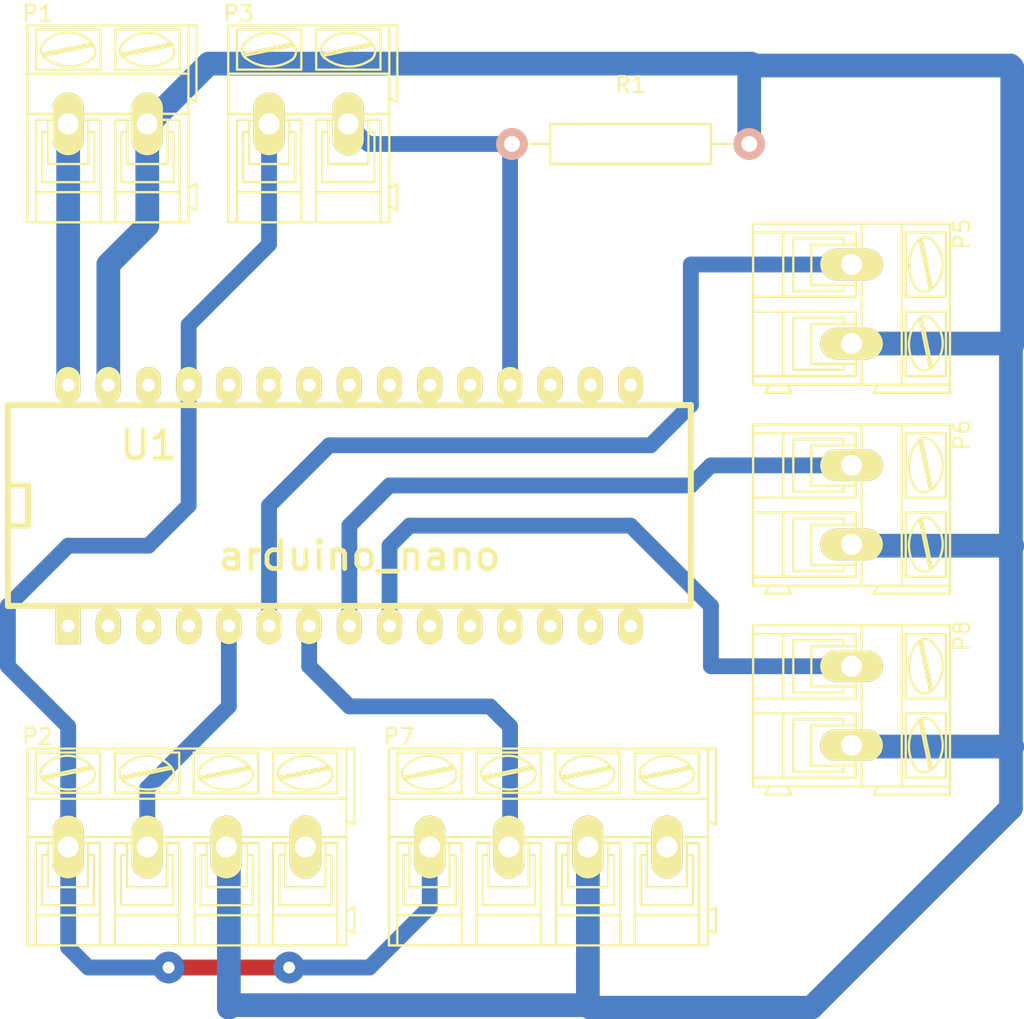
<source format=kicad_pcb>
(kicad_pcb (version 4) (host pcbnew "(2015-08-05 BZR 6055, Git fa29c62)-product")

  (general
    (links 18)
    (no_connects 0)
    (area 13.215999 11.91 78.720002 77.450002)
    (thickness 1.6)
    (drawings 0)
    (tracks 80)
    (zones 0)
    (modules 9)
    (nets 10)
  )

  (page A4)
  (layers
    (0 F.Cu signal)
    (31 B.Cu signal)
    (32 B.Adhes user)
    (33 F.Adhes user)
    (34 B.Paste user)
    (35 F.Paste user)
    (36 B.SilkS user)
    (37 F.SilkS user)
    (38 B.Mask user)
    (39 F.Mask user)
    (40 Dwgs.User user)
    (41 Cmts.User user)
    (42 Eco1.User user)
    (43 Eco2.User user)
    (44 Edge.Cuts user)
    (45 Margin user)
    (46 B.CrtYd user)
    (47 F.CrtYd user)
    (48 B.Fab user)
    (49 F.Fab user)
  )

  (setup
    (last_trace_width 1)
    (trace_clearance 0.254)
    (zone_clearance 0.508)
    (zone_45_only no)
    (trace_min 0.2)
    (segment_width 0.2)
    (edge_width 0.1)
    (via_size 2)
    (via_drill 0.75)
    (via_min_size 0.4)
    (via_min_drill 0.3)
    (uvia_size 2)
    (uvia_drill 1)
    (uvias_allowed no)
    (uvia_min_size 0.2)
    (uvia_min_drill 0.1)
    (pcb_text_width 0.3)
    (pcb_text_size 1.5 1.5)
    (mod_edge_width 0.15)
    (mod_text_size 1 1)
    (mod_text_width 0.15)
    (pad_size 1.5 1.5)
    (pad_drill 0.6)
    (pad_to_mask_clearance 0)
    (aux_axis_origin 0 0)
    (visible_elements 7FFFFFFF)
    (pcbplotparams
      (layerselection 0x00030_80000001)
      (usegerberextensions false)
      (excludeedgelayer true)
      (linewidth 0.100000)
      (plotframeref false)
      (viasonmask false)
      (mode 1)
      (useauxorigin false)
      (hpglpennumber 1)
      (hpglpenspeed 20)
      (hpglpendiameter 15)
      (hpglpenoverlay 2)
      (psnegative false)
      (psa4output false)
      (plotreference true)
      (plotvalue true)
      (plotinvisibletext false)
      (padsonsilk false)
      (subtractmaskfromsilk false)
      (outputformat 1)
      (mirror false)
      (drillshape 1)
      (scaleselection 1)
      (outputdirectory ""))
  )

  (net 0 "")
  (net 1 +12V)
  (net 2 +5V)
  (net 3 pirInPin1)
  (net 4 GND)
  (net 5 "Net-(P3-Pad2)")
  (net 6 ledPwmPin1)
  (net 7 ledPwmPin2)
  (net 8 pirInPin2)
  (net 9 ledPwmPin3)

  (net_class Default "This is the default net class."
    (clearance 0.254)
    (trace_width 1)
    (via_dia 2)
    (via_drill 0.75)
    (uvia_dia 2)
    (uvia_drill 1)
    (add_net +5V)
    (add_net "Net-(P3-Pad2)")
    (add_net ledPwmPin1)
    (add_net ledPwmPin2)
    (add_net ledPwmPin3)
    (add_net pirInPin1)
    (add_net pirInPin2)
  )

  (net_class 12V ""
    (clearance 0.5)
    (trace_width 1.5)
    (via_dia 2.5)
    (via_drill 0.75)
    (uvia_dia 2.5)
    (uvia_drill 1.5)
    (add_net +12V)
  )

  (net_class GND ""
    (clearance 0.5)
    (trace_width 1.5)
    (via_dia 2.5)
    (via_drill 0.75)
    (uvia_dia 2.5)
    (uvia_drill 1.5)
    (add_net GND)
  )

  (module Connect:AK300-2 (layer F.Cu) (tedit 54792136) (tstamp 55FFF5A4)
    (at 17.78 20.32)
    (descr CONNECTOR)
    (tags CONNECTOR)
    (path /55FFC574)
    (attr virtual)
    (fp_text reference P1 (at -1.92 -6.985) (layer F.SilkS)
      (effects (font (size 1 1) (thickness 0.15)))
    )
    (fp_text value "Power input" (at 2.779 7.747) (layer F.Fab)
      (effects (font (size 1 1) (thickness 0.15)))
    )
    (fp_line (start 8.363 -6.473) (end -2.83 -6.473) (layer F.CrtYd) (width 0.05))
    (fp_line (start 8.363 6.473) (end 8.363 -6.473) (layer F.CrtYd) (width 0.05))
    (fp_line (start -2.83 6.473) (end 8.363 6.473) (layer F.CrtYd) (width 0.05))
    (fp_line (start -2.83 -6.473) (end -2.83 6.473) (layer F.CrtYd) (width 0.05))
    (fp_line (start -1.2596 2.54) (end 1.2804 2.54) (layer F.SilkS) (width 0.15))
    (fp_line (start 1.2804 2.54) (end 1.2804 -0.254) (layer F.SilkS) (width 0.15))
    (fp_line (start -1.2596 -0.254) (end 1.2804 -0.254) (layer F.SilkS) (width 0.15))
    (fp_line (start -1.2596 2.54) (end -1.2596 -0.254) (layer F.SilkS) (width 0.15))
    (fp_line (start 3.7442 2.54) (end 6.2842 2.54) (layer F.SilkS) (width 0.15))
    (fp_line (start 6.2842 2.54) (end 6.2842 -0.254) (layer F.SilkS) (width 0.15))
    (fp_line (start 3.7442 -0.254) (end 6.2842 -0.254) (layer F.SilkS) (width 0.15))
    (fp_line (start 3.7442 2.54) (end 3.7442 -0.254) (layer F.SilkS) (width 0.15))
    (fp_line (start 7.605 -6.223) (end 7.605 -3.175) (layer F.SilkS) (width 0.15))
    (fp_line (start 7.605 -6.223) (end -2.58 -6.223) (layer F.SilkS) (width 0.15))
    (fp_line (start 7.605 -6.223) (end 8.113 -6.223) (layer F.SilkS) (width 0.15))
    (fp_line (start 8.113 -6.223) (end 8.113 -1.397) (layer F.SilkS) (width 0.15))
    (fp_line (start 8.113 -1.397) (end 7.605 -1.651) (layer F.SilkS) (width 0.15))
    (fp_line (start 8.113 5.461) (end 7.605 5.207) (layer F.SilkS) (width 0.15))
    (fp_line (start 7.605 5.207) (end 7.605 6.223) (layer F.SilkS) (width 0.15))
    (fp_line (start 8.113 3.81) (end 7.605 4.064) (layer F.SilkS) (width 0.15))
    (fp_line (start 7.605 4.064) (end 7.605 5.207) (layer F.SilkS) (width 0.15))
    (fp_line (start 8.113 3.81) (end 8.113 5.461) (layer F.SilkS) (width 0.15))
    (fp_line (start 2.9822 6.223) (end 2.9822 4.318) (layer F.SilkS) (width 0.15))
    (fp_line (start 7.0462 -0.254) (end 7.0462 4.318) (layer F.SilkS) (width 0.15))
    (fp_line (start 2.9822 6.223) (end 7.0462 6.223) (layer F.SilkS) (width 0.15))
    (fp_line (start 7.0462 6.223) (end 7.605 6.223) (layer F.SilkS) (width 0.15))
    (fp_line (start 2.0424 6.223) (end 2.0424 4.318) (layer F.SilkS) (width 0.15))
    (fp_line (start 2.0424 6.223) (end 2.9822 6.223) (layer F.SilkS) (width 0.15))
    (fp_line (start -2.0216 -0.254) (end -2.0216 4.318) (layer F.SilkS) (width 0.15))
    (fp_line (start -2.58 6.223) (end -2.0216 6.223) (layer F.SilkS) (width 0.15))
    (fp_line (start -2.0216 6.223) (end 2.0424 6.223) (layer F.SilkS) (width 0.15))
    (fp_line (start 2.9822 4.318) (end 7.0462 4.318) (layer F.SilkS) (width 0.15))
    (fp_line (start 2.9822 4.318) (end 2.9822 -0.254) (layer F.SilkS) (width 0.15))
    (fp_line (start 7.0462 4.318) (end 7.0462 6.223) (layer F.SilkS) (width 0.15))
    (fp_line (start 2.0424 4.318) (end -2.0216 4.318) (layer F.SilkS) (width 0.15))
    (fp_line (start 2.0424 4.318) (end 2.0424 -0.254) (layer F.SilkS) (width 0.15))
    (fp_line (start -2.0216 4.318) (end -2.0216 6.223) (layer F.SilkS) (width 0.15))
    (fp_line (start 6.6652 3.683) (end 6.6652 0.508) (layer F.SilkS) (width 0.15))
    (fp_line (start 6.6652 3.683) (end 3.3632 3.683) (layer F.SilkS) (width 0.15))
    (fp_line (start 3.3632 3.683) (end 3.3632 0.508) (layer F.SilkS) (width 0.15))
    (fp_line (start 1.6614 3.683) (end 1.6614 0.508) (layer F.SilkS) (width 0.15))
    (fp_line (start 1.6614 3.683) (end -1.6406 3.683) (layer F.SilkS) (width 0.15))
    (fp_line (start -1.6406 3.683) (end -1.6406 0.508) (layer F.SilkS) (width 0.15))
    (fp_line (start -1.6406 0.508) (end -1.2596 0.508) (layer F.SilkS) (width 0.15))
    (fp_line (start 1.6614 0.508) (end 1.2804 0.508) (layer F.SilkS) (width 0.15))
    (fp_line (start 3.3632 0.508) (end 3.7442 0.508) (layer F.SilkS) (width 0.15))
    (fp_line (start 6.6652 0.508) (end 6.2842 0.508) (layer F.SilkS) (width 0.15))
    (fp_line (start -2.58 6.223) (end -2.58 -0.635) (layer F.SilkS) (width 0.15))
    (fp_line (start -2.58 -0.635) (end -2.58 -3.175) (layer F.SilkS) (width 0.15))
    (fp_line (start 7.605 -1.651) (end 7.605 -0.635) (layer F.SilkS) (width 0.15))
    (fp_line (start 7.605 -0.635) (end 7.605 4.064) (layer F.SilkS) (width 0.15))
    (fp_line (start -2.58 -3.175) (end 7.605 -3.175) (layer F.SilkS) (width 0.15))
    (fp_line (start -2.58 -3.175) (end -2.58 -6.223) (layer F.SilkS) (width 0.15))
    (fp_line (start 7.605 -3.175) (end 7.605 -1.651) (layer F.SilkS) (width 0.15))
    (fp_line (start 2.9822 -3.429) (end 2.9822 -5.969) (layer F.SilkS) (width 0.15))
    (fp_line (start 2.9822 -5.969) (end 7.0462 -5.969) (layer F.SilkS) (width 0.15))
    (fp_line (start 7.0462 -5.969) (end 7.0462 -3.429) (layer F.SilkS) (width 0.15))
    (fp_line (start 7.0462 -3.429) (end 2.9822 -3.429) (layer F.SilkS) (width 0.15))
    (fp_line (start 2.0424 -3.429) (end 2.0424 -5.969) (layer F.SilkS) (width 0.15))
    (fp_line (start 2.0424 -3.429) (end -2.0216 -3.429) (layer F.SilkS) (width 0.15))
    (fp_line (start -2.0216 -3.429) (end -2.0216 -5.969) (layer F.SilkS) (width 0.15))
    (fp_line (start 2.0424 -5.969) (end -2.0216 -5.969) (layer F.SilkS) (width 0.15))
    (fp_line (start 3.3886 -4.445) (end 6.4366 -5.08) (layer F.SilkS) (width 0.15))
    (fp_line (start 3.5156 -4.318) (end 6.5636 -4.953) (layer F.SilkS) (width 0.15))
    (fp_line (start -1.6152 -4.445) (end 1.43534 -5.08) (layer F.SilkS) (width 0.15))
    (fp_line (start -1.4882 -4.318) (end 1.5598 -4.953) (layer F.SilkS) (width 0.15))
    (fp_line (start -2.0216 -0.254) (end -1.6406 -0.254) (layer F.SilkS) (width 0.15))
    (fp_line (start 2.0424 -0.254) (end 1.6614 -0.254) (layer F.SilkS) (width 0.15))
    (fp_line (start 1.6614 -0.254) (end -1.6406 -0.254) (layer F.SilkS) (width 0.15))
    (fp_line (start -2.58 -0.635) (end -1.6406 -0.635) (layer F.SilkS) (width 0.15))
    (fp_line (start -1.6406 -0.635) (end 1.6614 -0.635) (layer F.SilkS) (width 0.15))
    (fp_line (start 1.6614 -0.635) (end 3.3632 -0.635) (layer F.SilkS) (width 0.15))
    (fp_line (start 7.605 -0.635) (end 6.6652 -0.635) (layer F.SilkS) (width 0.15))
    (fp_line (start 6.6652 -0.635) (end 3.3632 -0.635) (layer F.SilkS) (width 0.15))
    (fp_line (start 7.0462 -0.254) (end 6.6652 -0.254) (layer F.SilkS) (width 0.15))
    (fp_line (start 2.9822 -0.254) (end 3.3632 -0.254) (layer F.SilkS) (width 0.15))
    (fp_line (start 3.3632 -0.254) (end 6.6652 -0.254) (layer F.SilkS) (width 0.15))
    (fp_arc (start 6.0302 -4.59486) (end 6.53566 -5.05206) (angle 90.5) (layer F.SilkS) (width 0.15))
    (fp_arc (start 5.065 -6.0706) (end 6.52804 -4.11734) (angle 75.5) (layer F.SilkS) (width 0.15))
    (fp_arc (start 4.98626 -3.7084) (end 3.3886 -5.0038) (angle 100) (layer F.SilkS) (width 0.15))
    (fp_arc (start 3.8712 -4.64566) (end 3.58164 -4.1275) (angle 104.2) (layer F.SilkS) (width 0.15))
    (fp_arc (start 1.0264 -4.59486) (end 1.5344 -5.05206) (angle 90.5) (layer F.SilkS) (width 0.15))
    (fp_arc (start 0.06374 -6.0706) (end 1.52678 -4.11734) (angle 75.5) (layer F.SilkS) (width 0.15))
    (fp_arc (start -0.01246 -3.7084) (end -1.6152 -5.0038) (angle 100) (layer F.SilkS) (width 0.15))
    (fp_arc (start -1.1326 -4.64566) (end -1.41962 -4.1275) (angle 104.2) (layer F.SilkS) (width 0.15))
    (pad 1 thru_hole oval (at 0 0) (size 1.9812 3.9624) (drill 1.3208) (layers *.Cu F.Paste F.SilkS F.Mask)
      (net 1 +12V))
    (pad 2 thru_hole oval (at 5 0) (size 1.9812 3.9624) (drill 1.3208) (layers *.Cu F.Paste F.SilkS F.Mask)
      (net 4 GND))
  )

  (module Connect:AK300-4 (layer F.Cu) (tedit 54791E04) (tstamp 55FFF5AC)
    (at 17.78 66.04)
    (descr CONNECTOR)
    (tags CONNECTOR)
    (path /5555EDFB)
    (attr virtual)
    (fp_text reference P2 (at -1.945 -6.985) (layer F.SilkS)
      (effects (font (size 1 1) (thickness 0.15)))
    )
    (fp_text value "PIR1 connector" (at 2.754 7.747) (layer F.Fab)
      (effects (font (size 1 1) (thickness 0.15)))
    )
    (fp_line (start 18.35 -6.473) (end 18.35 6.473) (layer F.CrtYd) (width 0.05))
    (fp_line (start -2.83 -6.473) (end -2.83 6.473) (layer F.CrtYd) (width 0.05))
    (fp_line (start -2.83 6.473) (end 18.35 6.473) (layer F.CrtYd) (width 0.05))
    (fp_line (start -2.83 -6.473) (end 18.35 -6.473) (layer F.CrtYd) (width 0.05))
    (fp_line (start 8.75 -0.254) (end 8.75 2.54) (layer F.SilkS) (width 0.15))
    (fp_line (start 8.75 2.54) (end 11.29 2.54) (layer F.SilkS) (width 0.15))
    (fp_line (start 11.29 2.54) (end 11.29 -0.254) (layer F.SilkS) (width 0.15))
    (fp_line (start 7.9372 -3.429) (end 7.9372 -5.969) (layer F.SilkS) (width 0.15))
    (fp_line (start 7.9372 -5.969) (end 12.0012 -5.969) (layer F.SilkS) (width 0.15))
    (fp_line (start 12.0012 -5.969) (end 12.0012 -3.429) (layer F.SilkS) (width 0.15))
    (fp_line (start 12.0012 -3.429) (end 7.9372 -3.429) (layer F.SilkS) (width 0.15))
    (fp_line (start 8.3436 -4.445) (end 11.3916 -5.08) (layer F.SilkS) (width 0.15))
    (fp_line (start 8.4706 -4.318) (end 11.5186 -4.953) (layer F.SilkS) (width 0.15))
    (fp_arc (start 10.9852 -4.59486) (end 11.49066 -5.05206) (angle 90.5) (layer F.SilkS) (width 0.15))
    (fp_arc (start 10.02 -6.0706) (end 11.48304 -4.11734) (angle 75.5) (layer F.SilkS) (width 0.15))
    (fp_arc (start 9.94126 -3.7084) (end 8.3436 -5.0038) (angle 100) (layer F.SilkS) (width 0.15))
    (fp_arc (start 8.8262 -4.64566) (end 8.53664 -4.1275) (angle 104.2) (layer F.SilkS) (width 0.15))
    (fp_line (start 7.988 4.318) (end 12.052 4.318) (layer F.SilkS) (width 0.15))
    (fp_line (start 12.052 6.223) (end 12.052 -0.254) (layer F.SilkS) (width 0.15))
    (fp_line (start 8.369 0.508) (end 8.75 0.508) (layer F.SilkS) (width 0.15))
    (fp_line (start 8.369 0.508) (end 8.369 3.683) (layer F.SilkS) (width 0.15))
    (fp_line (start 8.369 3.683) (end 11.671 3.683) (layer F.SilkS) (width 0.15))
    (fp_line (start 11.671 3.683) (end 11.671 0.508) (layer F.SilkS) (width 0.15))
    (fp_line (start 11.671 0.508) (end 11.29 0.508) (layer F.SilkS) (width 0.15))
    (fp_line (start 12.51 -0.635) (end 17.59 -0.635) (layer F.SilkS) (width 0.15))
    (fp_line (start 7.988 6.223) (end 7.988 -0.254) (layer F.SilkS) (width 0.15))
    (fp_line (start 7.988 -0.254) (end 12.052 -0.254) (layer F.SilkS) (width 0.15))
    (fp_line (start 16.955 6.223) (end 13.018 6.223) (layer F.SilkS) (width 0.15))
    (fp_line (start 13.168 6.223) (end 7.072 6.223) (layer F.SilkS) (width 0.15))
    (fp_line (start 17.59 -3.048) (end -2.58 -3.048) (layer F.SilkS) (width 0.15))
    (fp_line (start 17.74 -6.223) (end -2.58 -6.223) (layer F.SilkS) (width 0.15))
    (fp_line (start 12.66 -0.635) (end -2.5165 -0.635) (layer F.SilkS) (width 0.15))
    (fp_line (start 12.9545 4.0005) (end 12.9545 -0.254) (layer F.SilkS) (width 0.15))
    (fp_arc (start 13.8562 -4.64566) (end 13.56664 -4.1275) (angle 104.2) (layer F.SilkS) (width 0.15))
    (fp_arc (start 14.97126 -3.7084) (end 13.3736 -5.0038) (angle 100) (layer F.SilkS) (width 0.15))
    (fp_arc (start 15.05 -6.0706) (end 16.51304 -4.11734) (angle 75.5) (layer F.SilkS) (width 0.15))
    (fp_arc (start 16.0152 -4.59486) (end 16.52066 -5.05206) (angle 90.5) (layer F.SilkS) (width 0.15))
    (fp_line (start 13.3482 -0.254) (end 16.6502 -0.254) (layer F.SilkS) (width 0.15))
    (fp_line (start 12.9672 -0.254) (end 13.3482 -0.254) (layer F.SilkS) (width 0.15))
    (fp_line (start 17.0312 -0.254) (end 16.6502 -0.254) (layer F.SilkS) (width 0.15))
    (fp_line (start 13.5006 -4.318) (end 16.5486 -4.953) (layer F.SilkS) (width 0.15))
    (fp_line (start 13.3736 -4.445) (end 16.4216 -5.08) (layer F.SilkS) (width 0.15))
    (fp_line (start 17.0312 -3.429) (end 12.9672 -3.429) (layer F.SilkS) (width 0.15))
    (fp_line (start 17.0312 -5.969) (end 17.0312 -3.429) (layer F.SilkS) (width 0.15))
    (fp_line (start 12.9672 -5.969) (end 17.0312 -5.969) (layer F.SilkS) (width 0.15))
    (fp_line (start 12.9672 -3.429) (end 12.9672 -5.969) (layer F.SilkS) (width 0.15))
    (fp_line (start 17.59 -3.175) (end 17.59 -1.651) (layer F.SilkS) (width 0.15))
    (fp_line (start 17.59 -0.635) (end 17.59 4.064) (layer F.SilkS) (width 0.15))
    (fp_line (start 17.59 -1.651) (end 17.59 -0.635) (layer F.SilkS) (width 0.15))
    (fp_line (start 16.6502 0.508) (end 16.2692 0.508) (layer F.SilkS) (width 0.15))
    (fp_line (start 13.3482 0.508) (end 13.7292 0.508) (layer F.SilkS) (width 0.15))
    (fp_line (start 13.3482 3.683) (end 13.3482 0.508) (layer F.SilkS) (width 0.15))
    (fp_line (start 16.6502 3.683) (end 13.3482 3.683) (layer F.SilkS) (width 0.15))
    (fp_line (start 16.6502 3.683) (end 16.6502 0.508) (layer F.SilkS) (width 0.15))
    (fp_line (start 17.0312 4.318) (end 17.0312 6.223) (layer F.SilkS) (width 0.15))
    (fp_line (start 12.9672 4.318) (end 17.0312 4.318) (layer F.SilkS) (width 0.15))
    (fp_line (start 17.0312 6.223) (end 17.59 6.223) (layer F.SilkS) (width 0.15))
    (fp_line (start 17.0312 -0.254) (end 17.0312 4.318) (layer F.SilkS) (width 0.15))
    (fp_line (start 12.9672 6.223) (end 12.9672 4.318) (layer F.SilkS) (width 0.15))
    (fp_line (start 18.098 3.81) (end 18.098 5.461) (layer F.SilkS) (width 0.15))
    (fp_line (start 17.59 4.064) (end 17.59 5.207) (layer F.SilkS) (width 0.15))
    (fp_line (start 18.098 3.81) (end 17.59 4.064) (layer F.SilkS) (width 0.15))
    (fp_line (start 17.59 5.207) (end 17.59 6.223) (layer F.SilkS) (width 0.15))
    (fp_line (start 18.098 5.461) (end 17.59 5.207) (layer F.SilkS) (width 0.15))
    (fp_line (start 18.098 -1.397) (end 17.59 -1.651) (layer F.SilkS) (width 0.15))
    (fp_line (start 18.098 -6.223) (end 18.098 -1.397) (layer F.SilkS) (width 0.15))
    (fp_line (start 17.59 -6.223) (end 18.098 -6.223) (layer F.SilkS) (width 0.15))
    (fp_line (start 17.59 -6.223) (end 17.59 -3.175) (layer F.SilkS) (width 0.15))
    (fp_line (start 13.7292 2.54) (end 13.7292 -0.254) (layer F.SilkS) (width 0.15))
    (fp_line (start 13.7292 -0.254) (end 16.2692 -0.254) (layer F.SilkS) (width 0.15))
    (fp_line (start 16.2692 2.54) (end 16.2692 -0.254) (layer F.SilkS) (width 0.15))
    (fp_line (start 13.7292 2.54) (end 16.2692 2.54) (layer F.SilkS) (width 0.15))
    (fp_line (start -1.2846 2.54) (end 1.2554 2.54) (layer F.SilkS) (width 0.15))
    (fp_line (start 1.2554 2.54) (end 1.2554 -0.254) (layer F.SilkS) (width 0.15))
    (fp_line (start -1.2846 -0.254) (end 1.2554 -0.254) (layer F.SilkS) (width 0.15))
    (fp_line (start -1.2846 2.54) (end -1.2846 -0.254) (layer F.SilkS) (width 0.15))
    (fp_line (start 3.7192 2.54) (end 6.2592 2.54) (layer F.SilkS) (width 0.15))
    (fp_line (start 6.2592 2.54) (end 6.2592 -0.254) (layer F.SilkS) (width 0.15))
    (fp_line (start 3.7192 -0.254) (end 6.2592 -0.254) (layer F.SilkS) (width 0.15))
    (fp_line (start 3.7192 2.54) (end 3.7192 -0.254) (layer F.SilkS) (width 0.15))
    (fp_line (start 12.9545 5.207) (end 12.9545 6.223) (layer F.SilkS) (width 0.15))
    (fp_line (start 12.9545 4.064) (end 12.9545 5.207) (layer F.SilkS) (width 0.15))
    (fp_line (start 2.9572 6.223) (end 2.9572 4.318) (layer F.SilkS) (width 0.15))
    (fp_line (start 7.0212 -0.254) (end 7.0212 4.318) (layer F.SilkS) (width 0.15))
    (fp_line (start 2.9572 6.223) (end 7.0212 6.223) (layer F.SilkS) (width 0.15))
    (fp_line (start 2.0174 6.223) (end 2.0174 4.318) (layer F.SilkS) (width 0.15))
    (fp_line (start 2.0174 6.223) (end 2.9572 6.223) (layer F.SilkS) (width 0.15))
    (fp_line (start -2.0466 -0.254) (end -2.0466 4.318) (layer F.SilkS) (width 0.15))
    (fp_line (start -2.58 6.223) (end -2.0466 6.223) (layer F.SilkS) (width 0.15))
    (fp_line (start -2.0466 6.223) (end 2.0174 6.223) (layer F.SilkS) (width 0.15))
    (fp_line (start 2.9572 4.318) (end 7.0212 4.318) (layer F.SilkS) (width 0.15))
    (fp_line (start 2.9572 4.318) (end 2.9572 -0.254) (layer F.SilkS) (width 0.15))
    (fp_line (start 7.0212 4.318) (end 7.0212 6.223) (layer F.SilkS) (width 0.15))
    (fp_line (start 2.0174 4.318) (end -2.0466 4.318) (layer F.SilkS) (width 0.15))
    (fp_line (start 2.0174 4.318) (end 2.0174 -0.254) (layer F.SilkS) (width 0.15))
    (fp_line (start -2.0466 4.318) (end -2.0466 6.223) (layer F.SilkS) (width 0.15))
    (fp_line (start 6.6402 3.683) (end 6.6402 0.508) (layer F.SilkS) (width 0.15))
    (fp_line (start 6.6402 3.683) (end 3.3382 3.683) (layer F.SilkS) (width 0.15))
    (fp_line (start 3.3382 3.683) (end 3.3382 0.508) (layer F.SilkS) (width 0.15))
    (fp_line (start 1.6364 3.683) (end 1.6364 0.508) (layer F.SilkS) (width 0.15))
    (fp_line (start 1.6364 3.683) (end -1.6656 3.683) (layer F.SilkS) (width 0.15))
    (fp_line (start -1.6656 3.683) (end -1.6656 0.508) (layer F.SilkS) (width 0.15))
    (fp_line (start -1.6656 0.508) (end -1.2846 0.508) (layer F.SilkS) (width 0.15))
    (fp_line (start 1.6364 0.508) (end 1.2554 0.508) (layer F.SilkS) (width 0.15))
    (fp_line (start 3.3382 0.508) (end 3.7192 0.508) (layer F.SilkS) (width 0.15))
    (fp_line (start 6.6402 0.508) (end 6.2592 0.508) (layer F.SilkS) (width 0.15))
    (fp_line (start -2.58 6.223) (end -2.58 -0.635) (layer F.SilkS) (width 0.15))
    (fp_line (start -2.58 -0.635) (end -2.58 -3.175) (layer F.SilkS) (width 0.15))
    (fp_line (start -2.58 -3.175) (end -2.58 -6.223) (layer F.SilkS) (width 0.15))
    (fp_line (start 2.9572 -3.429) (end 2.9572 -5.969) (layer F.SilkS) (width 0.15))
    (fp_line (start 2.9572 -5.969) (end 7.0212 -5.969) (layer F.SilkS) (width 0.15))
    (fp_line (start 7.0212 -5.969) (end 7.0212 -3.429) (layer F.SilkS) (width 0.15))
    (fp_line (start 7.0212 -3.429) (end 2.9572 -3.429) (layer F.SilkS) (width 0.15))
    (fp_line (start 2.0174 -3.429) (end 2.0174 -5.969) (layer F.SilkS) (width 0.15))
    (fp_line (start 2.0174 -3.429) (end -2.0466 -3.429) (layer F.SilkS) (width 0.15))
    (fp_line (start -2.0466 -3.429) (end -2.0466 -5.969) (layer F.SilkS) (width 0.15))
    (fp_line (start 2.0174 -5.969) (end -2.0466 -5.969) (layer F.SilkS) (width 0.15))
    (fp_line (start 3.3636 -4.445) (end 6.4116 -5.08) (layer F.SilkS) (width 0.15))
    (fp_line (start 3.4906 -4.318) (end 6.5386 -4.953) (layer F.SilkS) (width 0.15))
    (fp_line (start -1.6402 -4.445) (end 1.41034 -5.08) (layer F.SilkS) (width 0.15))
    (fp_line (start -1.5132 -4.318) (end 1.5348 -4.953) (layer F.SilkS) (width 0.15))
    (fp_line (start -2.0466 -0.254) (end -1.6656 -0.254) (layer F.SilkS) (width 0.15))
    (fp_line (start 2.0174 -0.254) (end 1.6364 -0.254) (layer F.SilkS) (width 0.15))
    (fp_line (start 1.6364 -0.254) (end -1.6656 -0.254) (layer F.SilkS) (width 0.15))
    (fp_line (start 7.0212 -0.254) (end 6.6402 -0.254) (layer F.SilkS) (width 0.15))
    (fp_line (start 2.9572 -0.254) (end 3.3382 -0.254) (layer F.SilkS) (width 0.15))
    (fp_line (start 3.3382 -0.254) (end 6.6402 -0.254) (layer F.SilkS) (width 0.15))
    (fp_arc (start 6.0052 -4.59486) (end 6.51066 -5.05206) (angle 90.5) (layer F.SilkS) (width 0.15))
    (fp_arc (start 5.04 -6.0706) (end 6.50304 -4.11734) (angle 75.5) (layer F.SilkS) (width 0.15))
    (fp_arc (start 4.96126 -3.7084) (end 3.3636 -5.0038) (angle 100) (layer F.SilkS) (width 0.15))
    (fp_arc (start 3.8462 -4.64566) (end 3.55664 -4.1275) (angle 104.2) (layer F.SilkS) (width 0.15))
    (fp_arc (start 1.0014 -4.59486) (end 1.5094 -5.05206) (angle 90.5) (layer F.SilkS) (width 0.15))
    (fp_arc (start 0.03874 -6.0706) (end 1.50178 -4.11734) (angle 75.5) (layer F.SilkS) (width 0.15))
    (fp_arc (start -0.03746 -3.7084) (end -1.6402 -5.0038) (angle 100) (layer F.SilkS) (width 0.15))
    (fp_arc (start -1.1576 -4.64566) (end -1.44462 -4.1275) (angle 104.2) (layer F.SilkS) (width 0.15))
    (pad 1 thru_hole oval (at 0 0) (size 1.9812 3.9624) (drill 1.3208) (layers *.Cu F.Paste F.SilkS F.Mask)
      (net 2 +5V))
    (pad 2 thru_hole oval (at 5 0) (size 1.9812 3.9624) (drill 1.3208) (layers *.Cu F.Paste F.SilkS F.Mask)
      (net 3 pirInPin1))
    (pad 4 thru_hole oval (at 15 0) (size 1.9812 3.9624) (drill 1.3208) (layers *.Cu F.Paste F.SilkS F.Mask))
    (pad 3 thru_hole oval (at 10 0) (size 1.9812 3.9624) (drill 1.3208) (layers *.Cu *.Mask F.SilkS)
      (net 4 GND))
  )

  (module Connect:AK300-2 (layer F.Cu) (tedit 54792136) (tstamp 55FFF5B2)
    (at 30.48 20.32)
    (descr CONNECTOR)
    (tags CONNECTOR)
    (path /5555E2DF)
    (attr virtual)
    (fp_text reference P3 (at -1.92 -6.985) (layer F.SilkS)
      (effects (font (size 1 1) (thickness 0.15)))
    )
    (fp_text value "LDR connector" (at 2.779 7.747) (layer F.Fab)
      (effects (font (size 1 1) (thickness 0.15)))
    )
    (fp_line (start 8.363 -6.473) (end -2.83 -6.473) (layer F.CrtYd) (width 0.05))
    (fp_line (start 8.363 6.473) (end 8.363 -6.473) (layer F.CrtYd) (width 0.05))
    (fp_line (start -2.83 6.473) (end 8.363 6.473) (layer F.CrtYd) (width 0.05))
    (fp_line (start -2.83 -6.473) (end -2.83 6.473) (layer F.CrtYd) (width 0.05))
    (fp_line (start -1.2596 2.54) (end 1.2804 2.54) (layer F.SilkS) (width 0.15))
    (fp_line (start 1.2804 2.54) (end 1.2804 -0.254) (layer F.SilkS) (width 0.15))
    (fp_line (start -1.2596 -0.254) (end 1.2804 -0.254) (layer F.SilkS) (width 0.15))
    (fp_line (start -1.2596 2.54) (end -1.2596 -0.254) (layer F.SilkS) (width 0.15))
    (fp_line (start 3.7442 2.54) (end 6.2842 2.54) (layer F.SilkS) (width 0.15))
    (fp_line (start 6.2842 2.54) (end 6.2842 -0.254) (layer F.SilkS) (width 0.15))
    (fp_line (start 3.7442 -0.254) (end 6.2842 -0.254) (layer F.SilkS) (width 0.15))
    (fp_line (start 3.7442 2.54) (end 3.7442 -0.254) (layer F.SilkS) (width 0.15))
    (fp_line (start 7.605 -6.223) (end 7.605 -3.175) (layer F.SilkS) (width 0.15))
    (fp_line (start 7.605 -6.223) (end -2.58 -6.223) (layer F.SilkS) (width 0.15))
    (fp_line (start 7.605 -6.223) (end 8.113 -6.223) (layer F.SilkS) (width 0.15))
    (fp_line (start 8.113 -6.223) (end 8.113 -1.397) (layer F.SilkS) (width 0.15))
    (fp_line (start 8.113 -1.397) (end 7.605 -1.651) (layer F.SilkS) (width 0.15))
    (fp_line (start 8.113 5.461) (end 7.605 5.207) (layer F.SilkS) (width 0.15))
    (fp_line (start 7.605 5.207) (end 7.605 6.223) (layer F.SilkS) (width 0.15))
    (fp_line (start 8.113 3.81) (end 7.605 4.064) (layer F.SilkS) (width 0.15))
    (fp_line (start 7.605 4.064) (end 7.605 5.207) (layer F.SilkS) (width 0.15))
    (fp_line (start 8.113 3.81) (end 8.113 5.461) (layer F.SilkS) (width 0.15))
    (fp_line (start 2.9822 6.223) (end 2.9822 4.318) (layer F.SilkS) (width 0.15))
    (fp_line (start 7.0462 -0.254) (end 7.0462 4.318) (layer F.SilkS) (width 0.15))
    (fp_line (start 2.9822 6.223) (end 7.0462 6.223) (layer F.SilkS) (width 0.15))
    (fp_line (start 7.0462 6.223) (end 7.605 6.223) (layer F.SilkS) (width 0.15))
    (fp_line (start 2.0424 6.223) (end 2.0424 4.318) (layer F.SilkS) (width 0.15))
    (fp_line (start 2.0424 6.223) (end 2.9822 6.223) (layer F.SilkS) (width 0.15))
    (fp_line (start -2.0216 -0.254) (end -2.0216 4.318) (layer F.SilkS) (width 0.15))
    (fp_line (start -2.58 6.223) (end -2.0216 6.223) (layer F.SilkS) (width 0.15))
    (fp_line (start -2.0216 6.223) (end 2.0424 6.223) (layer F.SilkS) (width 0.15))
    (fp_line (start 2.9822 4.318) (end 7.0462 4.318) (layer F.SilkS) (width 0.15))
    (fp_line (start 2.9822 4.318) (end 2.9822 -0.254) (layer F.SilkS) (width 0.15))
    (fp_line (start 7.0462 4.318) (end 7.0462 6.223) (layer F.SilkS) (width 0.15))
    (fp_line (start 2.0424 4.318) (end -2.0216 4.318) (layer F.SilkS) (width 0.15))
    (fp_line (start 2.0424 4.318) (end 2.0424 -0.254) (layer F.SilkS) (width 0.15))
    (fp_line (start -2.0216 4.318) (end -2.0216 6.223) (layer F.SilkS) (width 0.15))
    (fp_line (start 6.6652 3.683) (end 6.6652 0.508) (layer F.SilkS) (width 0.15))
    (fp_line (start 6.6652 3.683) (end 3.3632 3.683) (layer F.SilkS) (width 0.15))
    (fp_line (start 3.3632 3.683) (end 3.3632 0.508) (layer F.SilkS) (width 0.15))
    (fp_line (start 1.6614 3.683) (end 1.6614 0.508) (layer F.SilkS) (width 0.15))
    (fp_line (start 1.6614 3.683) (end -1.6406 3.683) (layer F.SilkS) (width 0.15))
    (fp_line (start -1.6406 3.683) (end -1.6406 0.508) (layer F.SilkS) (width 0.15))
    (fp_line (start -1.6406 0.508) (end -1.2596 0.508) (layer F.SilkS) (width 0.15))
    (fp_line (start 1.6614 0.508) (end 1.2804 0.508) (layer F.SilkS) (width 0.15))
    (fp_line (start 3.3632 0.508) (end 3.7442 0.508) (layer F.SilkS) (width 0.15))
    (fp_line (start 6.6652 0.508) (end 6.2842 0.508) (layer F.SilkS) (width 0.15))
    (fp_line (start -2.58 6.223) (end -2.58 -0.635) (layer F.SilkS) (width 0.15))
    (fp_line (start -2.58 -0.635) (end -2.58 -3.175) (layer F.SilkS) (width 0.15))
    (fp_line (start 7.605 -1.651) (end 7.605 -0.635) (layer F.SilkS) (width 0.15))
    (fp_line (start 7.605 -0.635) (end 7.605 4.064) (layer F.SilkS) (width 0.15))
    (fp_line (start -2.58 -3.175) (end 7.605 -3.175) (layer F.SilkS) (width 0.15))
    (fp_line (start -2.58 -3.175) (end -2.58 -6.223) (layer F.SilkS) (width 0.15))
    (fp_line (start 7.605 -3.175) (end 7.605 -1.651) (layer F.SilkS) (width 0.15))
    (fp_line (start 2.9822 -3.429) (end 2.9822 -5.969) (layer F.SilkS) (width 0.15))
    (fp_line (start 2.9822 -5.969) (end 7.0462 -5.969) (layer F.SilkS) (width 0.15))
    (fp_line (start 7.0462 -5.969) (end 7.0462 -3.429) (layer F.SilkS) (width 0.15))
    (fp_line (start 7.0462 -3.429) (end 2.9822 -3.429) (layer F.SilkS) (width 0.15))
    (fp_line (start 2.0424 -3.429) (end 2.0424 -5.969) (layer F.SilkS) (width 0.15))
    (fp_line (start 2.0424 -3.429) (end -2.0216 -3.429) (layer F.SilkS) (width 0.15))
    (fp_line (start -2.0216 -3.429) (end -2.0216 -5.969) (layer F.SilkS) (width 0.15))
    (fp_line (start 2.0424 -5.969) (end -2.0216 -5.969) (layer F.SilkS) (width 0.15))
    (fp_line (start 3.3886 -4.445) (end 6.4366 -5.08) (layer F.SilkS) (width 0.15))
    (fp_line (start 3.5156 -4.318) (end 6.5636 -4.953) (layer F.SilkS) (width 0.15))
    (fp_line (start -1.6152 -4.445) (end 1.43534 -5.08) (layer F.SilkS) (width 0.15))
    (fp_line (start -1.4882 -4.318) (end 1.5598 -4.953) (layer F.SilkS) (width 0.15))
    (fp_line (start -2.0216 -0.254) (end -1.6406 -0.254) (layer F.SilkS) (width 0.15))
    (fp_line (start 2.0424 -0.254) (end 1.6614 -0.254) (layer F.SilkS) (width 0.15))
    (fp_line (start 1.6614 -0.254) (end -1.6406 -0.254) (layer F.SilkS) (width 0.15))
    (fp_line (start -2.58 -0.635) (end -1.6406 -0.635) (layer F.SilkS) (width 0.15))
    (fp_line (start -1.6406 -0.635) (end 1.6614 -0.635) (layer F.SilkS) (width 0.15))
    (fp_line (start 1.6614 -0.635) (end 3.3632 -0.635) (layer F.SilkS) (width 0.15))
    (fp_line (start 7.605 -0.635) (end 6.6652 -0.635) (layer F.SilkS) (width 0.15))
    (fp_line (start 6.6652 -0.635) (end 3.3632 -0.635) (layer F.SilkS) (width 0.15))
    (fp_line (start 7.0462 -0.254) (end 6.6652 -0.254) (layer F.SilkS) (width 0.15))
    (fp_line (start 2.9822 -0.254) (end 3.3632 -0.254) (layer F.SilkS) (width 0.15))
    (fp_line (start 3.3632 -0.254) (end 6.6652 -0.254) (layer F.SilkS) (width 0.15))
    (fp_arc (start 6.0302 -4.59486) (end 6.53566 -5.05206) (angle 90.5) (layer F.SilkS) (width 0.15))
    (fp_arc (start 5.065 -6.0706) (end 6.52804 -4.11734) (angle 75.5) (layer F.SilkS) (width 0.15))
    (fp_arc (start 4.98626 -3.7084) (end 3.3886 -5.0038) (angle 100) (layer F.SilkS) (width 0.15))
    (fp_arc (start 3.8712 -4.64566) (end 3.58164 -4.1275) (angle 104.2) (layer F.SilkS) (width 0.15))
    (fp_arc (start 1.0264 -4.59486) (end 1.5344 -5.05206) (angle 90.5) (layer F.SilkS) (width 0.15))
    (fp_arc (start 0.06374 -6.0706) (end 1.52678 -4.11734) (angle 75.5) (layer F.SilkS) (width 0.15))
    (fp_arc (start -0.01246 -3.7084) (end -1.6152 -5.0038) (angle 100) (layer F.SilkS) (width 0.15))
    (fp_arc (start -1.1326 -4.64566) (end -1.41962 -4.1275) (angle 104.2) (layer F.SilkS) (width 0.15))
    (pad 1 thru_hole oval (at 0 0) (size 1.9812 3.9624) (drill 1.3208) (layers *.Cu F.Paste F.SilkS F.Mask)
      (net 2 +5V))
    (pad 2 thru_hole oval (at 5 0) (size 1.9812 3.9624) (drill 1.3208) (layers *.Cu F.Paste F.SilkS F.Mask)
      (net 5 "Net-(P3-Pad2)"))
  )

  (module Connect:AK300-2 (layer F.Cu) (tedit 54792136) (tstamp 55FFF5BE)
    (at 67.31 29.21 270)
    (descr CONNECTOR)
    (tags CONNECTOR)
    (path /55FFD4B0)
    (attr virtual)
    (fp_text reference P5 (at -1.92 -6.985 270) (layer F.SilkS)
      (effects (font (size 1 1) (thickness 0.15)))
    )
    (fp_text value "LED 1" (at 2.779 7.747 270) (layer F.Fab)
      (effects (font (size 1 1) (thickness 0.15)))
    )
    (fp_line (start 8.363 -6.473) (end -2.83 -6.473) (layer F.CrtYd) (width 0.05))
    (fp_line (start 8.363 6.473) (end 8.363 -6.473) (layer F.CrtYd) (width 0.05))
    (fp_line (start -2.83 6.473) (end 8.363 6.473) (layer F.CrtYd) (width 0.05))
    (fp_line (start -2.83 -6.473) (end -2.83 6.473) (layer F.CrtYd) (width 0.05))
    (fp_line (start -1.2596 2.54) (end 1.2804 2.54) (layer F.SilkS) (width 0.15))
    (fp_line (start 1.2804 2.54) (end 1.2804 -0.254) (layer F.SilkS) (width 0.15))
    (fp_line (start -1.2596 -0.254) (end 1.2804 -0.254) (layer F.SilkS) (width 0.15))
    (fp_line (start -1.2596 2.54) (end -1.2596 -0.254) (layer F.SilkS) (width 0.15))
    (fp_line (start 3.7442 2.54) (end 6.2842 2.54) (layer F.SilkS) (width 0.15))
    (fp_line (start 6.2842 2.54) (end 6.2842 -0.254) (layer F.SilkS) (width 0.15))
    (fp_line (start 3.7442 -0.254) (end 6.2842 -0.254) (layer F.SilkS) (width 0.15))
    (fp_line (start 3.7442 2.54) (end 3.7442 -0.254) (layer F.SilkS) (width 0.15))
    (fp_line (start 7.605 -6.223) (end 7.605 -3.175) (layer F.SilkS) (width 0.15))
    (fp_line (start 7.605 -6.223) (end -2.58 -6.223) (layer F.SilkS) (width 0.15))
    (fp_line (start 7.605 -6.223) (end 8.113 -6.223) (layer F.SilkS) (width 0.15))
    (fp_line (start 8.113 -6.223) (end 8.113 -1.397) (layer F.SilkS) (width 0.15))
    (fp_line (start 8.113 -1.397) (end 7.605 -1.651) (layer F.SilkS) (width 0.15))
    (fp_line (start 8.113 5.461) (end 7.605 5.207) (layer F.SilkS) (width 0.15))
    (fp_line (start 7.605 5.207) (end 7.605 6.223) (layer F.SilkS) (width 0.15))
    (fp_line (start 8.113 3.81) (end 7.605 4.064) (layer F.SilkS) (width 0.15))
    (fp_line (start 7.605 4.064) (end 7.605 5.207) (layer F.SilkS) (width 0.15))
    (fp_line (start 8.113 3.81) (end 8.113 5.461) (layer F.SilkS) (width 0.15))
    (fp_line (start 2.9822 6.223) (end 2.9822 4.318) (layer F.SilkS) (width 0.15))
    (fp_line (start 7.0462 -0.254) (end 7.0462 4.318) (layer F.SilkS) (width 0.15))
    (fp_line (start 2.9822 6.223) (end 7.0462 6.223) (layer F.SilkS) (width 0.15))
    (fp_line (start 7.0462 6.223) (end 7.605 6.223) (layer F.SilkS) (width 0.15))
    (fp_line (start 2.0424 6.223) (end 2.0424 4.318) (layer F.SilkS) (width 0.15))
    (fp_line (start 2.0424 6.223) (end 2.9822 6.223) (layer F.SilkS) (width 0.15))
    (fp_line (start -2.0216 -0.254) (end -2.0216 4.318) (layer F.SilkS) (width 0.15))
    (fp_line (start -2.58 6.223) (end -2.0216 6.223) (layer F.SilkS) (width 0.15))
    (fp_line (start -2.0216 6.223) (end 2.0424 6.223) (layer F.SilkS) (width 0.15))
    (fp_line (start 2.9822 4.318) (end 7.0462 4.318) (layer F.SilkS) (width 0.15))
    (fp_line (start 2.9822 4.318) (end 2.9822 -0.254) (layer F.SilkS) (width 0.15))
    (fp_line (start 7.0462 4.318) (end 7.0462 6.223) (layer F.SilkS) (width 0.15))
    (fp_line (start 2.0424 4.318) (end -2.0216 4.318) (layer F.SilkS) (width 0.15))
    (fp_line (start 2.0424 4.318) (end 2.0424 -0.254) (layer F.SilkS) (width 0.15))
    (fp_line (start -2.0216 4.318) (end -2.0216 6.223) (layer F.SilkS) (width 0.15))
    (fp_line (start 6.6652 3.683) (end 6.6652 0.508) (layer F.SilkS) (width 0.15))
    (fp_line (start 6.6652 3.683) (end 3.3632 3.683) (layer F.SilkS) (width 0.15))
    (fp_line (start 3.3632 3.683) (end 3.3632 0.508) (layer F.SilkS) (width 0.15))
    (fp_line (start 1.6614 3.683) (end 1.6614 0.508) (layer F.SilkS) (width 0.15))
    (fp_line (start 1.6614 3.683) (end -1.6406 3.683) (layer F.SilkS) (width 0.15))
    (fp_line (start -1.6406 3.683) (end -1.6406 0.508) (layer F.SilkS) (width 0.15))
    (fp_line (start -1.6406 0.508) (end -1.2596 0.508) (layer F.SilkS) (width 0.15))
    (fp_line (start 1.6614 0.508) (end 1.2804 0.508) (layer F.SilkS) (width 0.15))
    (fp_line (start 3.3632 0.508) (end 3.7442 0.508) (layer F.SilkS) (width 0.15))
    (fp_line (start 6.6652 0.508) (end 6.2842 0.508) (layer F.SilkS) (width 0.15))
    (fp_line (start -2.58 6.223) (end -2.58 -0.635) (layer F.SilkS) (width 0.15))
    (fp_line (start -2.58 -0.635) (end -2.58 -3.175) (layer F.SilkS) (width 0.15))
    (fp_line (start 7.605 -1.651) (end 7.605 -0.635) (layer F.SilkS) (width 0.15))
    (fp_line (start 7.605 -0.635) (end 7.605 4.064) (layer F.SilkS) (width 0.15))
    (fp_line (start -2.58 -3.175) (end 7.605 -3.175) (layer F.SilkS) (width 0.15))
    (fp_line (start -2.58 -3.175) (end -2.58 -6.223) (layer F.SilkS) (width 0.15))
    (fp_line (start 7.605 -3.175) (end 7.605 -1.651) (layer F.SilkS) (width 0.15))
    (fp_line (start 2.9822 -3.429) (end 2.9822 -5.969) (layer F.SilkS) (width 0.15))
    (fp_line (start 2.9822 -5.969) (end 7.0462 -5.969) (layer F.SilkS) (width 0.15))
    (fp_line (start 7.0462 -5.969) (end 7.0462 -3.429) (layer F.SilkS) (width 0.15))
    (fp_line (start 7.0462 -3.429) (end 2.9822 -3.429) (layer F.SilkS) (width 0.15))
    (fp_line (start 2.0424 -3.429) (end 2.0424 -5.969) (layer F.SilkS) (width 0.15))
    (fp_line (start 2.0424 -3.429) (end -2.0216 -3.429) (layer F.SilkS) (width 0.15))
    (fp_line (start -2.0216 -3.429) (end -2.0216 -5.969) (layer F.SilkS) (width 0.15))
    (fp_line (start 2.0424 -5.969) (end -2.0216 -5.969) (layer F.SilkS) (width 0.15))
    (fp_line (start 3.3886 -4.445) (end 6.4366 -5.08) (layer F.SilkS) (width 0.15))
    (fp_line (start 3.5156 -4.318) (end 6.5636 -4.953) (layer F.SilkS) (width 0.15))
    (fp_line (start -1.6152 -4.445) (end 1.43534 -5.08) (layer F.SilkS) (width 0.15))
    (fp_line (start -1.4882 -4.318) (end 1.5598 -4.953) (layer F.SilkS) (width 0.15))
    (fp_line (start -2.0216 -0.254) (end -1.6406 -0.254) (layer F.SilkS) (width 0.15))
    (fp_line (start 2.0424 -0.254) (end 1.6614 -0.254) (layer F.SilkS) (width 0.15))
    (fp_line (start 1.6614 -0.254) (end -1.6406 -0.254) (layer F.SilkS) (width 0.15))
    (fp_line (start -2.58 -0.635) (end -1.6406 -0.635) (layer F.SilkS) (width 0.15))
    (fp_line (start -1.6406 -0.635) (end 1.6614 -0.635) (layer F.SilkS) (width 0.15))
    (fp_line (start 1.6614 -0.635) (end 3.3632 -0.635) (layer F.SilkS) (width 0.15))
    (fp_line (start 7.605 -0.635) (end 6.6652 -0.635) (layer F.SilkS) (width 0.15))
    (fp_line (start 6.6652 -0.635) (end 3.3632 -0.635) (layer F.SilkS) (width 0.15))
    (fp_line (start 7.0462 -0.254) (end 6.6652 -0.254) (layer F.SilkS) (width 0.15))
    (fp_line (start 2.9822 -0.254) (end 3.3632 -0.254) (layer F.SilkS) (width 0.15))
    (fp_line (start 3.3632 -0.254) (end 6.6652 -0.254) (layer F.SilkS) (width 0.15))
    (fp_arc (start 6.0302 -4.59486) (end 6.53566 -5.05206) (angle 90.5) (layer F.SilkS) (width 0.15))
    (fp_arc (start 5.065 -6.0706) (end 6.52804 -4.11734) (angle 75.5) (layer F.SilkS) (width 0.15))
    (fp_arc (start 4.98626 -3.7084) (end 3.3886 -5.0038) (angle 100) (layer F.SilkS) (width 0.15))
    (fp_arc (start 3.8712 -4.64566) (end 3.58164 -4.1275) (angle 104.2) (layer F.SilkS) (width 0.15))
    (fp_arc (start 1.0264 -4.59486) (end 1.5344 -5.05206) (angle 90.5) (layer F.SilkS) (width 0.15))
    (fp_arc (start 0.06374 -6.0706) (end 1.52678 -4.11734) (angle 75.5) (layer F.SilkS) (width 0.15))
    (fp_arc (start -0.01246 -3.7084) (end -1.6152 -5.0038) (angle 100) (layer F.SilkS) (width 0.15))
    (fp_arc (start -1.1326 -4.64566) (end -1.41962 -4.1275) (angle 104.2) (layer F.SilkS) (width 0.15))
    (pad 1 thru_hole oval (at 0 0 270) (size 1.9812 3.9624) (drill 1.3208) (layers *.Cu F.Paste F.SilkS F.Mask)
      (net 6 ledPwmPin1))
    (pad 2 thru_hole oval (at 5 0 270) (size 1.9812 3.9624) (drill 1.3208) (layers *.Cu F.Paste F.SilkS F.Mask)
      (net 4 GND))
  )

  (module Connect:AK300-2 (layer F.Cu) (tedit 54792136) (tstamp 55FFF5C4)
    (at 67.31 41.91 270)
    (descr CONNECTOR)
    (tags CONNECTOR)
    (path /55FFD727)
    (attr virtual)
    (fp_text reference P6 (at -1.92 -6.985 270) (layer F.SilkS)
      (effects (font (size 1 1) (thickness 0.15)))
    )
    (fp_text value "LED 2" (at 2.779 7.747 270) (layer F.Fab)
      (effects (font (size 1 1) (thickness 0.15)))
    )
    (fp_line (start 8.363 -6.473) (end -2.83 -6.473) (layer F.CrtYd) (width 0.05))
    (fp_line (start 8.363 6.473) (end 8.363 -6.473) (layer F.CrtYd) (width 0.05))
    (fp_line (start -2.83 6.473) (end 8.363 6.473) (layer F.CrtYd) (width 0.05))
    (fp_line (start -2.83 -6.473) (end -2.83 6.473) (layer F.CrtYd) (width 0.05))
    (fp_line (start -1.2596 2.54) (end 1.2804 2.54) (layer F.SilkS) (width 0.15))
    (fp_line (start 1.2804 2.54) (end 1.2804 -0.254) (layer F.SilkS) (width 0.15))
    (fp_line (start -1.2596 -0.254) (end 1.2804 -0.254) (layer F.SilkS) (width 0.15))
    (fp_line (start -1.2596 2.54) (end -1.2596 -0.254) (layer F.SilkS) (width 0.15))
    (fp_line (start 3.7442 2.54) (end 6.2842 2.54) (layer F.SilkS) (width 0.15))
    (fp_line (start 6.2842 2.54) (end 6.2842 -0.254) (layer F.SilkS) (width 0.15))
    (fp_line (start 3.7442 -0.254) (end 6.2842 -0.254) (layer F.SilkS) (width 0.15))
    (fp_line (start 3.7442 2.54) (end 3.7442 -0.254) (layer F.SilkS) (width 0.15))
    (fp_line (start 7.605 -6.223) (end 7.605 -3.175) (layer F.SilkS) (width 0.15))
    (fp_line (start 7.605 -6.223) (end -2.58 -6.223) (layer F.SilkS) (width 0.15))
    (fp_line (start 7.605 -6.223) (end 8.113 -6.223) (layer F.SilkS) (width 0.15))
    (fp_line (start 8.113 -6.223) (end 8.113 -1.397) (layer F.SilkS) (width 0.15))
    (fp_line (start 8.113 -1.397) (end 7.605 -1.651) (layer F.SilkS) (width 0.15))
    (fp_line (start 8.113 5.461) (end 7.605 5.207) (layer F.SilkS) (width 0.15))
    (fp_line (start 7.605 5.207) (end 7.605 6.223) (layer F.SilkS) (width 0.15))
    (fp_line (start 8.113 3.81) (end 7.605 4.064) (layer F.SilkS) (width 0.15))
    (fp_line (start 7.605 4.064) (end 7.605 5.207) (layer F.SilkS) (width 0.15))
    (fp_line (start 8.113 3.81) (end 8.113 5.461) (layer F.SilkS) (width 0.15))
    (fp_line (start 2.9822 6.223) (end 2.9822 4.318) (layer F.SilkS) (width 0.15))
    (fp_line (start 7.0462 -0.254) (end 7.0462 4.318) (layer F.SilkS) (width 0.15))
    (fp_line (start 2.9822 6.223) (end 7.0462 6.223) (layer F.SilkS) (width 0.15))
    (fp_line (start 7.0462 6.223) (end 7.605 6.223) (layer F.SilkS) (width 0.15))
    (fp_line (start 2.0424 6.223) (end 2.0424 4.318) (layer F.SilkS) (width 0.15))
    (fp_line (start 2.0424 6.223) (end 2.9822 6.223) (layer F.SilkS) (width 0.15))
    (fp_line (start -2.0216 -0.254) (end -2.0216 4.318) (layer F.SilkS) (width 0.15))
    (fp_line (start -2.58 6.223) (end -2.0216 6.223) (layer F.SilkS) (width 0.15))
    (fp_line (start -2.0216 6.223) (end 2.0424 6.223) (layer F.SilkS) (width 0.15))
    (fp_line (start 2.9822 4.318) (end 7.0462 4.318) (layer F.SilkS) (width 0.15))
    (fp_line (start 2.9822 4.318) (end 2.9822 -0.254) (layer F.SilkS) (width 0.15))
    (fp_line (start 7.0462 4.318) (end 7.0462 6.223) (layer F.SilkS) (width 0.15))
    (fp_line (start 2.0424 4.318) (end -2.0216 4.318) (layer F.SilkS) (width 0.15))
    (fp_line (start 2.0424 4.318) (end 2.0424 -0.254) (layer F.SilkS) (width 0.15))
    (fp_line (start -2.0216 4.318) (end -2.0216 6.223) (layer F.SilkS) (width 0.15))
    (fp_line (start 6.6652 3.683) (end 6.6652 0.508) (layer F.SilkS) (width 0.15))
    (fp_line (start 6.6652 3.683) (end 3.3632 3.683) (layer F.SilkS) (width 0.15))
    (fp_line (start 3.3632 3.683) (end 3.3632 0.508) (layer F.SilkS) (width 0.15))
    (fp_line (start 1.6614 3.683) (end 1.6614 0.508) (layer F.SilkS) (width 0.15))
    (fp_line (start 1.6614 3.683) (end -1.6406 3.683) (layer F.SilkS) (width 0.15))
    (fp_line (start -1.6406 3.683) (end -1.6406 0.508) (layer F.SilkS) (width 0.15))
    (fp_line (start -1.6406 0.508) (end -1.2596 0.508) (layer F.SilkS) (width 0.15))
    (fp_line (start 1.6614 0.508) (end 1.2804 0.508) (layer F.SilkS) (width 0.15))
    (fp_line (start 3.3632 0.508) (end 3.7442 0.508) (layer F.SilkS) (width 0.15))
    (fp_line (start 6.6652 0.508) (end 6.2842 0.508) (layer F.SilkS) (width 0.15))
    (fp_line (start -2.58 6.223) (end -2.58 -0.635) (layer F.SilkS) (width 0.15))
    (fp_line (start -2.58 -0.635) (end -2.58 -3.175) (layer F.SilkS) (width 0.15))
    (fp_line (start 7.605 -1.651) (end 7.605 -0.635) (layer F.SilkS) (width 0.15))
    (fp_line (start 7.605 -0.635) (end 7.605 4.064) (layer F.SilkS) (width 0.15))
    (fp_line (start -2.58 -3.175) (end 7.605 -3.175) (layer F.SilkS) (width 0.15))
    (fp_line (start -2.58 -3.175) (end -2.58 -6.223) (layer F.SilkS) (width 0.15))
    (fp_line (start 7.605 -3.175) (end 7.605 -1.651) (layer F.SilkS) (width 0.15))
    (fp_line (start 2.9822 -3.429) (end 2.9822 -5.969) (layer F.SilkS) (width 0.15))
    (fp_line (start 2.9822 -5.969) (end 7.0462 -5.969) (layer F.SilkS) (width 0.15))
    (fp_line (start 7.0462 -5.969) (end 7.0462 -3.429) (layer F.SilkS) (width 0.15))
    (fp_line (start 7.0462 -3.429) (end 2.9822 -3.429) (layer F.SilkS) (width 0.15))
    (fp_line (start 2.0424 -3.429) (end 2.0424 -5.969) (layer F.SilkS) (width 0.15))
    (fp_line (start 2.0424 -3.429) (end -2.0216 -3.429) (layer F.SilkS) (width 0.15))
    (fp_line (start -2.0216 -3.429) (end -2.0216 -5.969) (layer F.SilkS) (width 0.15))
    (fp_line (start 2.0424 -5.969) (end -2.0216 -5.969) (layer F.SilkS) (width 0.15))
    (fp_line (start 3.3886 -4.445) (end 6.4366 -5.08) (layer F.SilkS) (width 0.15))
    (fp_line (start 3.5156 -4.318) (end 6.5636 -4.953) (layer F.SilkS) (width 0.15))
    (fp_line (start -1.6152 -4.445) (end 1.43534 -5.08) (layer F.SilkS) (width 0.15))
    (fp_line (start -1.4882 -4.318) (end 1.5598 -4.953) (layer F.SilkS) (width 0.15))
    (fp_line (start -2.0216 -0.254) (end -1.6406 -0.254) (layer F.SilkS) (width 0.15))
    (fp_line (start 2.0424 -0.254) (end 1.6614 -0.254) (layer F.SilkS) (width 0.15))
    (fp_line (start 1.6614 -0.254) (end -1.6406 -0.254) (layer F.SilkS) (width 0.15))
    (fp_line (start -2.58 -0.635) (end -1.6406 -0.635) (layer F.SilkS) (width 0.15))
    (fp_line (start -1.6406 -0.635) (end 1.6614 -0.635) (layer F.SilkS) (width 0.15))
    (fp_line (start 1.6614 -0.635) (end 3.3632 -0.635) (layer F.SilkS) (width 0.15))
    (fp_line (start 7.605 -0.635) (end 6.6652 -0.635) (layer F.SilkS) (width 0.15))
    (fp_line (start 6.6652 -0.635) (end 3.3632 -0.635) (layer F.SilkS) (width 0.15))
    (fp_line (start 7.0462 -0.254) (end 6.6652 -0.254) (layer F.SilkS) (width 0.15))
    (fp_line (start 2.9822 -0.254) (end 3.3632 -0.254) (layer F.SilkS) (width 0.15))
    (fp_line (start 3.3632 -0.254) (end 6.6652 -0.254) (layer F.SilkS) (width 0.15))
    (fp_arc (start 6.0302 -4.59486) (end 6.53566 -5.05206) (angle 90.5) (layer F.SilkS) (width 0.15))
    (fp_arc (start 5.065 -6.0706) (end 6.52804 -4.11734) (angle 75.5) (layer F.SilkS) (width 0.15))
    (fp_arc (start 4.98626 -3.7084) (end 3.3886 -5.0038) (angle 100) (layer F.SilkS) (width 0.15))
    (fp_arc (start 3.8712 -4.64566) (end 3.58164 -4.1275) (angle 104.2) (layer F.SilkS) (width 0.15))
    (fp_arc (start 1.0264 -4.59486) (end 1.5344 -5.05206) (angle 90.5) (layer F.SilkS) (width 0.15))
    (fp_arc (start 0.06374 -6.0706) (end 1.52678 -4.11734) (angle 75.5) (layer F.SilkS) (width 0.15))
    (fp_arc (start -0.01246 -3.7084) (end -1.6152 -5.0038) (angle 100) (layer F.SilkS) (width 0.15))
    (fp_arc (start -1.1326 -4.64566) (end -1.41962 -4.1275) (angle 104.2) (layer F.SilkS) (width 0.15))
    (pad 1 thru_hole oval (at 0 0 270) (size 1.9812 3.9624) (drill 1.3208) (layers *.Cu F.Paste F.SilkS F.Mask)
      (net 7 ledPwmPin2))
    (pad 2 thru_hole oval (at 5 0 270) (size 1.9812 3.9624) (drill 1.3208) (layers *.Cu F.Paste F.SilkS F.Mask)
      (net 4 GND))
  )

  (module Connect:AK300-4 (layer F.Cu) (tedit 54791E04) (tstamp 55FFF5CC)
    (at 40.64 66.04)
    (descr CONNECTOR)
    (tags CONNECTOR)
    (path /55FFDDF5)
    (attr virtual)
    (fp_text reference P7 (at -1.945 -6.985) (layer F.SilkS)
      (effects (font (size 1 1) (thickness 0.15)))
    )
    (fp_text value "PIR2 connector" (at 2.754 7.747) (layer F.Fab)
      (effects (font (size 1 1) (thickness 0.15)))
    )
    (fp_line (start 18.35 -6.473) (end 18.35 6.473) (layer F.CrtYd) (width 0.05))
    (fp_line (start -2.83 -6.473) (end -2.83 6.473) (layer F.CrtYd) (width 0.05))
    (fp_line (start -2.83 6.473) (end 18.35 6.473) (layer F.CrtYd) (width 0.05))
    (fp_line (start -2.83 -6.473) (end 18.35 -6.473) (layer F.CrtYd) (width 0.05))
    (fp_line (start 8.75 -0.254) (end 8.75 2.54) (layer F.SilkS) (width 0.15))
    (fp_line (start 8.75 2.54) (end 11.29 2.54) (layer F.SilkS) (width 0.15))
    (fp_line (start 11.29 2.54) (end 11.29 -0.254) (layer F.SilkS) (width 0.15))
    (fp_line (start 7.9372 -3.429) (end 7.9372 -5.969) (layer F.SilkS) (width 0.15))
    (fp_line (start 7.9372 -5.969) (end 12.0012 -5.969) (layer F.SilkS) (width 0.15))
    (fp_line (start 12.0012 -5.969) (end 12.0012 -3.429) (layer F.SilkS) (width 0.15))
    (fp_line (start 12.0012 -3.429) (end 7.9372 -3.429) (layer F.SilkS) (width 0.15))
    (fp_line (start 8.3436 -4.445) (end 11.3916 -5.08) (layer F.SilkS) (width 0.15))
    (fp_line (start 8.4706 -4.318) (end 11.5186 -4.953) (layer F.SilkS) (width 0.15))
    (fp_arc (start 10.9852 -4.59486) (end 11.49066 -5.05206) (angle 90.5) (layer F.SilkS) (width 0.15))
    (fp_arc (start 10.02 -6.0706) (end 11.48304 -4.11734) (angle 75.5) (layer F.SilkS) (width 0.15))
    (fp_arc (start 9.94126 -3.7084) (end 8.3436 -5.0038) (angle 100) (layer F.SilkS) (width 0.15))
    (fp_arc (start 8.8262 -4.64566) (end 8.53664 -4.1275) (angle 104.2) (layer F.SilkS) (width 0.15))
    (fp_line (start 7.988 4.318) (end 12.052 4.318) (layer F.SilkS) (width 0.15))
    (fp_line (start 12.052 6.223) (end 12.052 -0.254) (layer F.SilkS) (width 0.15))
    (fp_line (start 8.369 0.508) (end 8.75 0.508) (layer F.SilkS) (width 0.15))
    (fp_line (start 8.369 0.508) (end 8.369 3.683) (layer F.SilkS) (width 0.15))
    (fp_line (start 8.369 3.683) (end 11.671 3.683) (layer F.SilkS) (width 0.15))
    (fp_line (start 11.671 3.683) (end 11.671 0.508) (layer F.SilkS) (width 0.15))
    (fp_line (start 11.671 0.508) (end 11.29 0.508) (layer F.SilkS) (width 0.15))
    (fp_line (start 12.51 -0.635) (end 17.59 -0.635) (layer F.SilkS) (width 0.15))
    (fp_line (start 7.988 6.223) (end 7.988 -0.254) (layer F.SilkS) (width 0.15))
    (fp_line (start 7.988 -0.254) (end 12.052 -0.254) (layer F.SilkS) (width 0.15))
    (fp_line (start 16.955 6.223) (end 13.018 6.223) (layer F.SilkS) (width 0.15))
    (fp_line (start 13.168 6.223) (end 7.072 6.223) (layer F.SilkS) (width 0.15))
    (fp_line (start 17.59 -3.048) (end -2.58 -3.048) (layer F.SilkS) (width 0.15))
    (fp_line (start 17.74 -6.223) (end -2.58 -6.223) (layer F.SilkS) (width 0.15))
    (fp_line (start 12.66 -0.635) (end -2.5165 -0.635) (layer F.SilkS) (width 0.15))
    (fp_line (start 12.9545 4.0005) (end 12.9545 -0.254) (layer F.SilkS) (width 0.15))
    (fp_arc (start 13.8562 -4.64566) (end 13.56664 -4.1275) (angle 104.2) (layer F.SilkS) (width 0.15))
    (fp_arc (start 14.97126 -3.7084) (end 13.3736 -5.0038) (angle 100) (layer F.SilkS) (width 0.15))
    (fp_arc (start 15.05 -6.0706) (end 16.51304 -4.11734) (angle 75.5) (layer F.SilkS) (width 0.15))
    (fp_arc (start 16.0152 -4.59486) (end 16.52066 -5.05206) (angle 90.5) (layer F.SilkS) (width 0.15))
    (fp_line (start 13.3482 -0.254) (end 16.6502 -0.254) (layer F.SilkS) (width 0.15))
    (fp_line (start 12.9672 -0.254) (end 13.3482 -0.254) (layer F.SilkS) (width 0.15))
    (fp_line (start 17.0312 -0.254) (end 16.6502 -0.254) (layer F.SilkS) (width 0.15))
    (fp_line (start 13.5006 -4.318) (end 16.5486 -4.953) (layer F.SilkS) (width 0.15))
    (fp_line (start 13.3736 -4.445) (end 16.4216 -5.08) (layer F.SilkS) (width 0.15))
    (fp_line (start 17.0312 -3.429) (end 12.9672 -3.429) (layer F.SilkS) (width 0.15))
    (fp_line (start 17.0312 -5.969) (end 17.0312 -3.429) (layer F.SilkS) (width 0.15))
    (fp_line (start 12.9672 -5.969) (end 17.0312 -5.969) (layer F.SilkS) (width 0.15))
    (fp_line (start 12.9672 -3.429) (end 12.9672 -5.969) (layer F.SilkS) (width 0.15))
    (fp_line (start 17.59 -3.175) (end 17.59 -1.651) (layer F.SilkS) (width 0.15))
    (fp_line (start 17.59 -0.635) (end 17.59 4.064) (layer F.SilkS) (width 0.15))
    (fp_line (start 17.59 -1.651) (end 17.59 -0.635) (layer F.SilkS) (width 0.15))
    (fp_line (start 16.6502 0.508) (end 16.2692 0.508) (layer F.SilkS) (width 0.15))
    (fp_line (start 13.3482 0.508) (end 13.7292 0.508) (layer F.SilkS) (width 0.15))
    (fp_line (start 13.3482 3.683) (end 13.3482 0.508) (layer F.SilkS) (width 0.15))
    (fp_line (start 16.6502 3.683) (end 13.3482 3.683) (layer F.SilkS) (width 0.15))
    (fp_line (start 16.6502 3.683) (end 16.6502 0.508) (layer F.SilkS) (width 0.15))
    (fp_line (start 17.0312 4.318) (end 17.0312 6.223) (layer F.SilkS) (width 0.15))
    (fp_line (start 12.9672 4.318) (end 17.0312 4.318) (layer F.SilkS) (width 0.15))
    (fp_line (start 17.0312 6.223) (end 17.59 6.223) (layer F.SilkS) (width 0.15))
    (fp_line (start 17.0312 -0.254) (end 17.0312 4.318) (layer F.SilkS) (width 0.15))
    (fp_line (start 12.9672 6.223) (end 12.9672 4.318) (layer F.SilkS) (width 0.15))
    (fp_line (start 18.098 3.81) (end 18.098 5.461) (layer F.SilkS) (width 0.15))
    (fp_line (start 17.59 4.064) (end 17.59 5.207) (layer F.SilkS) (width 0.15))
    (fp_line (start 18.098 3.81) (end 17.59 4.064) (layer F.SilkS) (width 0.15))
    (fp_line (start 17.59 5.207) (end 17.59 6.223) (layer F.SilkS) (width 0.15))
    (fp_line (start 18.098 5.461) (end 17.59 5.207) (layer F.SilkS) (width 0.15))
    (fp_line (start 18.098 -1.397) (end 17.59 -1.651) (layer F.SilkS) (width 0.15))
    (fp_line (start 18.098 -6.223) (end 18.098 -1.397) (layer F.SilkS) (width 0.15))
    (fp_line (start 17.59 -6.223) (end 18.098 -6.223) (layer F.SilkS) (width 0.15))
    (fp_line (start 17.59 -6.223) (end 17.59 -3.175) (layer F.SilkS) (width 0.15))
    (fp_line (start 13.7292 2.54) (end 13.7292 -0.254) (layer F.SilkS) (width 0.15))
    (fp_line (start 13.7292 -0.254) (end 16.2692 -0.254) (layer F.SilkS) (width 0.15))
    (fp_line (start 16.2692 2.54) (end 16.2692 -0.254) (layer F.SilkS) (width 0.15))
    (fp_line (start 13.7292 2.54) (end 16.2692 2.54) (layer F.SilkS) (width 0.15))
    (fp_line (start -1.2846 2.54) (end 1.2554 2.54) (layer F.SilkS) (width 0.15))
    (fp_line (start 1.2554 2.54) (end 1.2554 -0.254) (layer F.SilkS) (width 0.15))
    (fp_line (start -1.2846 -0.254) (end 1.2554 -0.254) (layer F.SilkS) (width 0.15))
    (fp_line (start -1.2846 2.54) (end -1.2846 -0.254) (layer F.SilkS) (width 0.15))
    (fp_line (start 3.7192 2.54) (end 6.2592 2.54) (layer F.SilkS) (width 0.15))
    (fp_line (start 6.2592 2.54) (end 6.2592 -0.254) (layer F.SilkS) (width 0.15))
    (fp_line (start 3.7192 -0.254) (end 6.2592 -0.254) (layer F.SilkS) (width 0.15))
    (fp_line (start 3.7192 2.54) (end 3.7192 -0.254) (layer F.SilkS) (width 0.15))
    (fp_line (start 12.9545 5.207) (end 12.9545 6.223) (layer F.SilkS) (width 0.15))
    (fp_line (start 12.9545 4.064) (end 12.9545 5.207) (layer F.SilkS) (width 0.15))
    (fp_line (start 2.9572 6.223) (end 2.9572 4.318) (layer F.SilkS) (width 0.15))
    (fp_line (start 7.0212 -0.254) (end 7.0212 4.318) (layer F.SilkS) (width 0.15))
    (fp_line (start 2.9572 6.223) (end 7.0212 6.223) (layer F.SilkS) (width 0.15))
    (fp_line (start 2.0174 6.223) (end 2.0174 4.318) (layer F.SilkS) (width 0.15))
    (fp_line (start 2.0174 6.223) (end 2.9572 6.223) (layer F.SilkS) (width 0.15))
    (fp_line (start -2.0466 -0.254) (end -2.0466 4.318) (layer F.SilkS) (width 0.15))
    (fp_line (start -2.58 6.223) (end -2.0466 6.223) (layer F.SilkS) (width 0.15))
    (fp_line (start -2.0466 6.223) (end 2.0174 6.223) (layer F.SilkS) (width 0.15))
    (fp_line (start 2.9572 4.318) (end 7.0212 4.318) (layer F.SilkS) (width 0.15))
    (fp_line (start 2.9572 4.318) (end 2.9572 -0.254) (layer F.SilkS) (width 0.15))
    (fp_line (start 7.0212 4.318) (end 7.0212 6.223) (layer F.SilkS) (width 0.15))
    (fp_line (start 2.0174 4.318) (end -2.0466 4.318) (layer F.SilkS) (width 0.15))
    (fp_line (start 2.0174 4.318) (end 2.0174 -0.254) (layer F.SilkS) (width 0.15))
    (fp_line (start -2.0466 4.318) (end -2.0466 6.223) (layer F.SilkS) (width 0.15))
    (fp_line (start 6.6402 3.683) (end 6.6402 0.508) (layer F.SilkS) (width 0.15))
    (fp_line (start 6.6402 3.683) (end 3.3382 3.683) (layer F.SilkS) (width 0.15))
    (fp_line (start 3.3382 3.683) (end 3.3382 0.508) (layer F.SilkS) (width 0.15))
    (fp_line (start 1.6364 3.683) (end 1.6364 0.508) (layer F.SilkS) (width 0.15))
    (fp_line (start 1.6364 3.683) (end -1.6656 3.683) (layer F.SilkS) (width 0.15))
    (fp_line (start -1.6656 3.683) (end -1.6656 0.508) (layer F.SilkS) (width 0.15))
    (fp_line (start -1.6656 0.508) (end -1.2846 0.508) (layer F.SilkS) (width 0.15))
    (fp_line (start 1.6364 0.508) (end 1.2554 0.508) (layer F.SilkS) (width 0.15))
    (fp_line (start 3.3382 0.508) (end 3.7192 0.508) (layer F.SilkS) (width 0.15))
    (fp_line (start 6.6402 0.508) (end 6.2592 0.508) (layer F.SilkS) (width 0.15))
    (fp_line (start -2.58 6.223) (end -2.58 -0.635) (layer F.SilkS) (width 0.15))
    (fp_line (start -2.58 -0.635) (end -2.58 -3.175) (layer F.SilkS) (width 0.15))
    (fp_line (start -2.58 -3.175) (end -2.58 -6.223) (layer F.SilkS) (width 0.15))
    (fp_line (start 2.9572 -3.429) (end 2.9572 -5.969) (layer F.SilkS) (width 0.15))
    (fp_line (start 2.9572 -5.969) (end 7.0212 -5.969) (layer F.SilkS) (width 0.15))
    (fp_line (start 7.0212 -5.969) (end 7.0212 -3.429) (layer F.SilkS) (width 0.15))
    (fp_line (start 7.0212 -3.429) (end 2.9572 -3.429) (layer F.SilkS) (width 0.15))
    (fp_line (start 2.0174 -3.429) (end 2.0174 -5.969) (layer F.SilkS) (width 0.15))
    (fp_line (start 2.0174 -3.429) (end -2.0466 -3.429) (layer F.SilkS) (width 0.15))
    (fp_line (start -2.0466 -3.429) (end -2.0466 -5.969) (layer F.SilkS) (width 0.15))
    (fp_line (start 2.0174 -5.969) (end -2.0466 -5.969) (layer F.SilkS) (width 0.15))
    (fp_line (start 3.3636 -4.445) (end 6.4116 -5.08) (layer F.SilkS) (width 0.15))
    (fp_line (start 3.4906 -4.318) (end 6.5386 -4.953) (layer F.SilkS) (width 0.15))
    (fp_line (start -1.6402 -4.445) (end 1.41034 -5.08) (layer F.SilkS) (width 0.15))
    (fp_line (start -1.5132 -4.318) (end 1.5348 -4.953) (layer F.SilkS) (width 0.15))
    (fp_line (start -2.0466 -0.254) (end -1.6656 -0.254) (layer F.SilkS) (width 0.15))
    (fp_line (start 2.0174 -0.254) (end 1.6364 -0.254) (layer F.SilkS) (width 0.15))
    (fp_line (start 1.6364 -0.254) (end -1.6656 -0.254) (layer F.SilkS) (width 0.15))
    (fp_line (start 7.0212 -0.254) (end 6.6402 -0.254) (layer F.SilkS) (width 0.15))
    (fp_line (start 2.9572 -0.254) (end 3.3382 -0.254) (layer F.SilkS) (width 0.15))
    (fp_line (start 3.3382 -0.254) (end 6.6402 -0.254) (layer F.SilkS) (width 0.15))
    (fp_arc (start 6.0052 -4.59486) (end 6.51066 -5.05206) (angle 90.5) (layer F.SilkS) (width 0.15))
    (fp_arc (start 5.04 -6.0706) (end 6.50304 -4.11734) (angle 75.5) (layer F.SilkS) (width 0.15))
    (fp_arc (start 4.96126 -3.7084) (end 3.3636 -5.0038) (angle 100) (layer F.SilkS) (width 0.15))
    (fp_arc (start 3.8462 -4.64566) (end 3.55664 -4.1275) (angle 104.2) (layer F.SilkS) (width 0.15))
    (fp_arc (start 1.0014 -4.59486) (end 1.5094 -5.05206) (angle 90.5) (layer F.SilkS) (width 0.15))
    (fp_arc (start 0.03874 -6.0706) (end 1.50178 -4.11734) (angle 75.5) (layer F.SilkS) (width 0.15))
    (fp_arc (start -0.03746 -3.7084) (end -1.6402 -5.0038) (angle 100) (layer F.SilkS) (width 0.15))
    (fp_arc (start -1.1576 -4.64566) (end -1.44462 -4.1275) (angle 104.2) (layer F.SilkS) (width 0.15))
    (pad 1 thru_hole oval (at 0 0) (size 1.9812 3.9624) (drill 1.3208) (layers *.Cu F.Paste F.SilkS F.Mask)
      (net 2 +5V))
    (pad 2 thru_hole oval (at 5 0) (size 1.9812 3.9624) (drill 1.3208) (layers *.Cu F.Paste F.SilkS F.Mask)
      (net 8 pirInPin2))
    (pad 4 thru_hole oval (at 15 0) (size 1.9812 3.9624) (drill 1.3208) (layers *.Cu F.Paste F.SilkS F.Mask))
    (pad 3 thru_hole oval (at 10 0) (size 1.9812 3.9624) (drill 1.3208) (layers *.Cu *.Mask F.SilkS)
      (net 4 GND))
  )

  (module Connect:AK300-2 (layer F.Cu) (tedit 54792136) (tstamp 55FFF5D2)
    (at 67.31 54.61 270)
    (descr CONNECTOR)
    (tags CONNECTOR)
    (path /55FFFF3B)
    (attr virtual)
    (fp_text reference P8 (at -1.92 -6.985 270) (layer F.SilkS)
      (effects (font (size 1 1) (thickness 0.15)))
    )
    (fp_text value "LED 3" (at 2.779 7.747 270) (layer F.Fab)
      (effects (font (size 1 1) (thickness 0.15)))
    )
    (fp_line (start 8.363 -6.473) (end -2.83 -6.473) (layer F.CrtYd) (width 0.05))
    (fp_line (start 8.363 6.473) (end 8.363 -6.473) (layer F.CrtYd) (width 0.05))
    (fp_line (start -2.83 6.473) (end 8.363 6.473) (layer F.CrtYd) (width 0.05))
    (fp_line (start -2.83 -6.473) (end -2.83 6.473) (layer F.CrtYd) (width 0.05))
    (fp_line (start -1.2596 2.54) (end 1.2804 2.54) (layer F.SilkS) (width 0.15))
    (fp_line (start 1.2804 2.54) (end 1.2804 -0.254) (layer F.SilkS) (width 0.15))
    (fp_line (start -1.2596 -0.254) (end 1.2804 -0.254) (layer F.SilkS) (width 0.15))
    (fp_line (start -1.2596 2.54) (end -1.2596 -0.254) (layer F.SilkS) (width 0.15))
    (fp_line (start 3.7442 2.54) (end 6.2842 2.54) (layer F.SilkS) (width 0.15))
    (fp_line (start 6.2842 2.54) (end 6.2842 -0.254) (layer F.SilkS) (width 0.15))
    (fp_line (start 3.7442 -0.254) (end 6.2842 -0.254) (layer F.SilkS) (width 0.15))
    (fp_line (start 3.7442 2.54) (end 3.7442 -0.254) (layer F.SilkS) (width 0.15))
    (fp_line (start 7.605 -6.223) (end 7.605 -3.175) (layer F.SilkS) (width 0.15))
    (fp_line (start 7.605 -6.223) (end -2.58 -6.223) (layer F.SilkS) (width 0.15))
    (fp_line (start 7.605 -6.223) (end 8.113 -6.223) (layer F.SilkS) (width 0.15))
    (fp_line (start 8.113 -6.223) (end 8.113 -1.397) (layer F.SilkS) (width 0.15))
    (fp_line (start 8.113 -1.397) (end 7.605 -1.651) (layer F.SilkS) (width 0.15))
    (fp_line (start 8.113 5.461) (end 7.605 5.207) (layer F.SilkS) (width 0.15))
    (fp_line (start 7.605 5.207) (end 7.605 6.223) (layer F.SilkS) (width 0.15))
    (fp_line (start 8.113 3.81) (end 7.605 4.064) (layer F.SilkS) (width 0.15))
    (fp_line (start 7.605 4.064) (end 7.605 5.207) (layer F.SilkS) (width 0.15))
    (fp_line (start 8.113 3.81) (end 8.113 5.461) (layer F.SilkS) (width 0.15))
    (fp_line (start 2.9822 6.223) (end 2.9822 4.318) (layer F.SilkS) (width 0.15))
    (fp_line (start 7.0462 -0.254) (end 7.0462 4.318) (layer F.SilkS) (width 0.15))
    (fp_line (start 2.9822 6.223) (end 7.0462 6.223) (layer F.SilkS) (width 0.15))
    (fp_line (start 7.0462 6.223) (end 7.605 6.223) (layer F.SilkS) (width 0.15))
    (fp_line (start 2.0424 6.223) (end 2.0424 4.318) (layer F.SilkS) (width 0.15))
    (fp_line (start 2.0424 6.223) (end 2.9822 6.223) (layer F.SilkS) (width 0.15))
    (fp_line (start -2.0216 -0.254) (end -2.0216 4.318) (layer F.SilkS) (width 0.15))
    (fp_line (start -2.58 6.223) (end -2.0216 6.223) (layer F.SilkS) (width 0.15))
    (fp_line (start -2.0216 6.223) (end 2.0424 6.223) (layer F.SilkS) (width 0.15))
    (fp_line (start 2.9822 4.318) (end 7.0462 4.318) (layer F.SilkS) (width 0.15))
    (fp_line (start 2.9822 4.318) (end 2.9822 -0.254) (layer F.SilkS) (width 0.15))
    (fp_line (start 7.0462 4.318) (end 7.0462 6.223) (layer F.SilkS) (width 0.15))
    (fp_line (start 2.0424 4.318) (end -2.0216 4.318) (layer F.SilkS) (width 0.15))
    (fp_line (start 2.0424 4.318) (end 2.0424 -0.254) (layer F.SilkS) (width 0.15))
    (fp_line (start -2.0216 4.318) (end -2.0216 6.223) (layer F.SilkS) (width 0.15))
    (fp_line (start 6.6652 3.683) (end 6.6652 0.508) (layer F.SilkS) (width 0.15))
    (fp_line (start 6.6652 3.683) (end 3.3632 3.683) (layer F.SilkS) (width 0.15))
    (fp_line (start 3.3632 3.683) (end 3.3632 0.508) (layer F.SilkS) (width 0.15))
    (fp_line (start 1.6614 3.683) (end 1.6614 0.508) (layer F.SilkS) (width 0.15))
    (fp_line (start 1.6614 3.683) (end -1.6406 3.683) (layer F.SilkS) (width 0.15))
    (fp_line (start -1.6406 3.683) (end -1.6406 0.508) (layer F.SilkS) (width 0.15))
    (fp_line (start -1.6406 0.508) (end -1.2596 0.508) (layer F.SilkS) (width 0.15))
    (fp_line (start 1.6614 0.508) (end 1.2804 0.508) (layer F.SilkS) (width 0.15))
    (fp_line (start 3.3632 0.508) (end 3.7442 0.508) (layer F.SilkS) (width 0.15))
    (fp_line (start 6.6652 0.508) (end 6.2842 0.508) (layer F.SilkS) (width 0.15))
    (fp_line (start -2.58 6.223) (end -2.58 -0.635) (layer F.SilkS) (width 0.15))
    (fp_line (start -2.58 -0.635) (end -2.58 -3.175) (layer F.SilkS) (width 0.15))
    (fp_line (start 7.605 -1.651) (end 7.605 -0.635) (layer F.SilkS) (width 0.15))
    (fp_line (start 7.605 -0.635) (end 7.605 4.064) (layer F.SilkS) (width 0.15))
    (fp_line (start -2.58 -3.175) (end 7.605 -3.175) (layer F.SilkS) (width 0.15))
    (fp_line (start -2.58 -3.175) (end -2.58 -6.223) (layer F.SilkS) (width 0.15))
    (fp_line (start 7.605 -3.175) (end 7.605 -1.651) (layer F.SilkS) (width 0.15))
    (fp_line (start 2.9822 -3.429) (end 2.9822 -5.969) (layer F.SilkS) (width 0.15))
    (fp_line (start 2.9822 -5.969) (end 7.0462 -5.969) (layer F.SilkS) (width 0.15))
    (fp_line (start 7.0462 -5.969) (end 7.0462 -3.429) (layer F.SilkS) (width 0.15))
    (fp_line (start 7.0462 -3.429) (end 2.9822 -3.429) (layer F.SilkS) (width 0.15))
    (fp_line (start 2.0424 -3.429) (end 2.0424 -5.969) (layer F.SilkS) (width 0.15))
    (fp_line (start 2.0424 -3.429) (end -2.0216 -3.429) (layer F.SilkS) (width 0.15))
    (fp_line (start -2.0216 -3.429) (end -2.0216 -5.969) (layer F.SilkS) (width 0.15))
    (fp_line (start 2.0424 -5.969) (end -2.0216 -5.969) (layer F.SilkS) (width 0.15))
    (fp_line (start 3.3886 -4.445) (end 6.4366 -5.08) (layer F.SilkS) (width 0.15))
    (fp_line (start 3.5156 -4.318) (end 6.5636 -4.953) (layer F.SilkS) (width 0.15))
    (fp_line (start -1.6152 -4.445) (end 1.43534 -5.08) (layer F.SilkS) (width 0.15))
    (fp_line (start -1.4882 -4.318) (end 1.5598 -4.953) (layer F.SilkS) (width 0.15))
    (fp_line (start -2.0216 -0.254) (end -1.6406 -0.254) (layer F.SilkS) (width 0.15))
    (fp_line (start 2.0424 -0.254) (end 1.6614 -0.254) (layer F.SilkS) (width 0.15))
    (fp_line (start 1.6614 -0.254) (end -1.6406 -0.254) (layer F.SilkS) (width 0.15))
    (fp_line (start -2.58 -0.635) (end -1.6406 -0.635) (layer F.SilkS) (width 0.15))
    (fp_line (start -1.6406 -0.635) (end 1.6614 -0.635) (layer F.SilkS) (width 0.15))
    (fp_line (start 1.6614 -0.635) (end 3.3632 -0.635) (layer F.SilkS) (width 0.15))
    (fp_line (start 7.605 -0.635) (end 6.6652 -0.635) (layer F.SilkS) (width 0.15))
    (fp_line (start 6.6652 -0.635) (end 3.3632 -0.635) (layer F.SilkS) (width 0.15))
    (fp_line (start 7.0462 -0.254) (end 6.6652 -0.254) (layer F.SilkS) (width 0.15))
    (fp_line (start 2.9822 -0.254) (end 3.3632 -0.254) (layer F.SilkS) (width 0.15))
    (fp_line (start 3.3632 -0.254) (end 6.6652 -0.254) (layer F.SilkS) (width 0.15))
    (fp_arc (start 6.0302 -4.59486) (end 6.53566 -5.05206) (angle 90.5) (layer F.SilkS) (width 0.15))
    (fp_arc (start 5.065 -6.0706) (end 6.52804 -4.11734) (angle 75.5) (layer F.SilkS) (width 0.15))
    (fp_arc (start 4.98626 -3.7084) (end 3.3886 -5.0038) (angle 100) (layer F.SilkS) (width 0.15))
    (fp_arc (start 3.8712 -4.64566) (end 3.58164 -4.1275) (angle 104.2) (layer F.SilkS) (width 0.15))
    (fp_arc (start 1.0264 -4.59486) (end 1.5344 -5.05206) (angle 90.5) (layer F.SilkS) (width 0.15))
    (fp_arc (start 0.06374 -6.0706) (end 1.52678 -4.11734) (angle 75.5) (layer F.SilkS) (width 0.15))
    (fp_arc (start -0.01246 -3.7084) (end -1.6152 -5.0038) (angle 100) (layer F.SilkS) (width 0.15))
    (fp_arc (start -1.1326 -4.64566) (end -1.41962 -4.1275) (angle 104.2) (layer F.SilkS) (width 0.15))
    (pad 1 thru_hole oval (at 0 0 270) (size 1.9812 3.9624) (drill 1.3208) (layers *.Cu F.Paste F.SilkS F.Mask)
      (net 9 ledPwmPin3))
    (pad 2 thru_hole oval (at 5 0 270) (size 1.9812 3.9624) (drill 1.3208) (layers *.Cu F.Paste F.SilkS F.Mask)
      (net 4 GND))
  )

  (module Resistors_ThroughHole:Resistor_Horizontal_RM15mm (layer F.Cu) (tedit 53F56292) (tstamp 55FFF5D8)
    (at 53.34 21.59)
    (descr "Resistor, Axial, RM 15mm,")
    (tags "Resistor, Axial, RM 15mm,")
    (path /5555D27C)
    (fp_text reference R1 (at 0 -3.74904) (layer F.SilkS)
      (effects (font (size 1 1) (thickness 0.15)))
    )
    (fp_text value 10K (at 0 4.0005) (layer F.Fab)
      (effects (font (size 1 1) (thickness 0.15)))
    )
    (fp_line (start -5.08 -1.27) (end -5.08 1.27) (layer F.SilkS) (width 0.15))
    (fp_line (start -5.08 1.27) (end 5.08 1.27) (layer F.SilkS) (width 0.15))
    (fp_line (start 5.08 1.27) (end 5.08 -1.27) (layer F.SilkS) (width 0.15))
    (fp_line (start 5.08 -1.27) (end -5.08 -1.27) (layer F.SilkS) (width 0.15))
    (fp_line (start 6.35 0) (end 5.08 0) (layer F.SilkS) (width 0.15))
    (fp_line (start -6.35 0) (end -5.08 0) (layer F.SilkS) (width 0.15))
    (pad 1 thru_hole circle (at -7.5 0) (size 1.99898 1.99898) (drill 1.00076) (layers *.Cu *.SilkS *.Mask)
      (net 5 "Net-(P3-Pad2)"))
    (pad 2 thru_hole circle (at 7.5 0) (size 1.99898 1.99898) (drill 1.00076) (layers *.Cu *.SilkS *.Mask)
      (net 4 GND))
    (model Resistors_ThroughHole.3dshapes/Resistor_Horizontal_RM15mm.wrl
      (at (xyz 0 0 0))
      (scale (xyz 0.4 0.4 0.4))
      (rotate (xyz 0 0 0))
    )
  )

  (module lib:arduino_nano (layer F.Cu) (tedit 55FFF2BB) (tstamp 55FFF601)
    (at 36.83 44.45)
    (descr "30 pins DIL package, elliptical pads, width 600mil (arduino nano)")
    (tags "DIL arduino nano")
    (path /5555CA89)
    (fp_text reference U1 (at -13.97 -3.81) (layer F.SilkS)
      (effects (font (size 1.778 1.778) (thickness 0.3048)))
    )
    (fp_text value arduino_nano (at -0.635 3.175) (layer F.SilkS)
      (effects (font (size 1.778 1.778) (thickness 0.3048)))
    )
    (fp_line (start -22.86 -6.35) (end 20.32 -6.35) (layer F.SilkS) (width 0.381))
    (fp_line (start 20.32 -6.35) (end 20.32 6.35) (layer F.SilkS) (width 0.381))
    (fp_line (start 20.32 6.35) (end -22.86 6.35) (layer F.SilkS) (width 0.381))
    (fp_line (start -22.86 6.35) (end -22.86 -6.35) (layer F.SilkS) (width 0.381))
    (fp_line (start -22.86 1.27) (end -21.59 1.27) (layer F.SilkS) (width 0.381))
    (fp_line (start -21.59 1.27) (end -21.59 -1.27) (layer F.SilkS) (width 0.381))
    (fp_line (start -21.59 -1.27) (end -22.86 -1.27) (layer F.SilkS) (width 0.381))
    (pad TX1 thru_hole rect (at -19.05 7.62) (size 1.5748 2.286) (drill 0.8128) (layers *.Cu *.Mask F.SilkS))
    (pad RX0 thru_hole oval (at -16.51 7.62) (size 1.5748 2.286) (drill 0.8128) (layers *.Cu *.Mask F.SilkS))
    (pad RST1 thru_hole oval (at -13.97 7.62) (size 1.5748 2.286) (drill 0.8128) (layers *.Cu *.Mask F.SilkS))
    (pad GND1 thru_hole oval (at -11.43 7.62) (size 1.5748 2.286) (drill 0.8128) (layers *.Cu *.Mask F.SilkS))
    (pad D2 thru_hole oval (at -8.89 7.62) (size 1.5748 2.286) (drill 0.8128) (layers *.Cu *.Mask F.SilkS)
      (net 3 pirInPin1))
    (pad D3 thru_hole oval (at -6.35 7.62) (size 1.5748 2.286) (drill 0.8128) (layers *.Cu *.Mask F.SilkS)
      (net 6 ledPwmPin1))
    (pad D4 thru_hole oval (at -3.81 7.62) (size 1.5748 2.286) (drill 0.8128) (layers *.Cu *.Mask F.SilkS)
      (net 8 pirInPin2))
    (pad D5 thru_hole oval (at -1.27 7.62) (size 1.5748 2.286) (drill 0.8128) (layers *.Cu *.Mask F.SilkS)
      (net 7 ledPwmPin2))
    (pad D6 thru_hole oval (at 1.27 7.62) (size 1.5748 2.286) (drill 0.8128) (layers *.Cu *.Mask F.SilkS)
      (net 9 ledPwmPin3))
    (pad D7 thru_hole oval (at 3.81 7.62) (size 1.5748 2.286) (drill 0.8128) (layers *.Cu *.Mask F.SilkS))
    (pad D8 thru_hole oval (at 6.35 7.62) (size 1.5748 2.286) (drill 0.8128) (layers *.Cu *.Mask F.SilkS))
    (pad D9 thru_hole oval (at 8.89 7.62) (size 1.5748 2.286) (drill 0.8128) (layers *.Cu *.Mask F.SilkS))
    (pad D10 thru_hole oval (at 11.43 7.62) (size 1.5748 2.286) (drill 0.8128) (layers *.Cu *.Mask F.SilkS))
    (pad D11 thru_hole oval (at 13.97 7.62) (size 1.5748 2.286) (drill 0.8128) (layers *.Cu *.Mask F.SilkS))
    (pad D12 thru_hole oval (at 16.51 7.62) (size 1.5748 2.286) (drill 0.8128) (layers *.Cu *.Mask F.SilkS))
    (pad D13 thru_hole oval (at 16.51 -7.62) (size 1.5748 2.286) (drill 0.8128) (layers *.Cu *.Mask F.SilkS))
    (pad 3V3 thru_hole oval (at 13.97 -7.62) (size 1.5748 2.286) (drill 0.8128) (layers *.Cu *.Mask F.SilkS))
    (pad REF thru_hole oval (at 11.43 -7.62) (size 1.5748 2.286) (drill 0.8128) (layers *.Cu *.Mask F.SilkS))
    (pad A0 thru_hole oval (at 8.89 -7.62) (size 1.5748 2.286) (drill 0.8128) (layers *.Cu *.Mask F.SilkS)
      (net 5 "Net-(P3-Pad2)"))
    (pad A1 thru_hole oval (at 6.35 -7.62) (size 1.5748 2.286) (drill 0.8128) (layers *.Cu *.Mask F.SilkS))
    (pad A2 thru_hole oval (at 3.81 -7.62) (size 1.5748 2.286) (drill 0.8128) (layers *.Cu *.Mask F.SilkS))
    (pad A3 thru_hole oval (at 1.27 -7.62) (size 1.5748 2.286) (drill 0.8128) (layers *.Cu *.Mask F.SilkS))
    (pad A4 thru_hole oval (at -1.27 -7.62) (size 1.5748 2.286) (drill 0.8128) (layers *.Cu *.Mask F.SilkS))
    (pad A5 thru_hole oval (at -3.81 -7.62) (size 1.5748 2.286) (drill 0.8128) (layers *.Cu *.Mask F.SilkS))
    (pad A6 thru_hole oval (at -6.35 -7.62) (size 1.5748 2.286) (drill 0.8128) (layers *.Cu *.Mask F.SilkS))
    (pad A7 thru_hole oval (at -8.89 -7.62) (size 1.5748 2.286) (drill 0.8128) (layers *.Cu *.Mask F.SilkS))
    (pad 5V thru_hole oval (at -11.43 -7.62) (size 1.5748 2.286) (drill 0.8128) (layers *.Cu *.Mask F.SilkS)
      (net 2 +5V))
    (pad RST thru_hole oval (at -13.97 -7.62) (size 1.5748 2.286) (drill 0.8128) (layers *.Cu *.Mask F.SilkS))
    (pad GND thru_hole oval (at -16.51 -7.62) (size 1.5748 2.286) (drill 0.8128) (layers *.Cu *.Mask F.SilkS)
      (net 4 GND))
    (pad VIN thru_hole oval (at -19.05 -7.62) (size 1.5748 2.286) (drill 0.8128) (layers *.Cu *.Mask F.SilkS)
      (net 1 +12V))
  )

  (segment (start 17.78 20.32) (end 17.78 36.83) (width 1.5) (layer B.Cu) (net 1))
  (segment (start 17.78 66.04) (end 17.78 72.39) (width 1) (layer B.Cu) (net 2) (status 400000))
  (segment (start 40.64 69.85) (end 40.64 66.04) (width 1) (layer B.Cu) (net 2) (tstamp 5602A973) (status 800000))
  (segment (start 36.83 73.66) (end 40.64 69.85) (width 1) (layer B.Cu) (net 2) (tstamp 5602A972))
  (segment (start 31.75 73.66) (end 36.83 73.66) (width 1) (layer B.Cu) (net 2) (tstamp 5602A971))
  (via (at 31.75 73.66) (size 2) (drill 0.75) (layers F.Cu B.Cu) (net 2))
  (segment (start 24.13 73.66) (end 31.75 73.66) (width 1) (layer F.Cu) (net 2) (tstamp 5602A96E))
  (via (at 24.13 73.66) (size 2) (drill 0.75) (layers F.Cu B.Cu) (net 2))
  (segment (start 19.05 73.66) (end 24.13 73.66) (width 1) (layer B.Cu) (net 2) (tstamp 5602A96C))
  (segment (start 17.78 72.39) (end 19.05 73.66) (width 1) (layer B.Cu) (net 2) (tstamp 5602A96B))
  (segment (start 25.4 36.83) (end 25.4 44.45) (width 1) (layer B.Cu) (net 2) (status 400000))
  (segment (start 17.78 58.42) (end 17.78 66.04) (width 1) (layer B.Cu) (net 2) (tstamp 5602A968) (status 800000))
  (segment (start 13.97 54.61) (end 17.78 58.42) (width 1) (layer B.Cu) (net 2) (tstamp 5602A967))
  (segment (start 13.97 50.8) (end 13.97 54.61) (width 1) (layer B.Cu) (net 2) (tstamp 5602A966))
  (segment (start 17.78 46.99) (end 13.97 50.8) (width 1) (layer B.Cu) (net 2) (tstamp 5602A965))
  (segment (start 22.86 46.99) (end 17.78 46.99) (width 1) (layer B.Cu) (net 2) (tstamp 5602A964))
  (segment (start 25.4 44.45) (end 22.86 46.99) (width 1) (layer B.Cu) (net 2) (tstamp 5602A963))
  (segment (start 30.48 20.32) (end 30.48 27.94) (width 1) (layer B.Cu) (net 2))
  (segment (start 25.4 33.02) (end 25.4 36.83) (width 1) (layer B.Cu) (net 2) (tstamp 5602849C))
  (segment (start 30.48 27.94) (end 25.4 33.02) (width 1) (layer B.Cu) (net 2) (tstamp 56028498))
  (segment (start 27.94 52.07) (end 27.94 57.15) (width 1) (layer B.Cu) (net 3) (status 400000))
  (segment (start 22.78 62.31) (end 22.78 66.04) (width 1) (layer B.Cu) (net 3) (tstamp 5602A960) (status 800000))
  (segment (start 27.94 57.15) (end 22.78 62.31) (width 1) (layer B.Cu) (net 3) (tstamp 5602A95E))
  (segment (start 50.64 76.04) (end 28.1 76.04) (width 1.5) (layer B.Cu) (net 4))
  (segment (start 27.94 76.2) (end 27.94 66.2) (width 1.5) (layer B.Cu) (net 4) (tstamp 5602A951))
  (segment (start 28.1 76.04) (end 27.94 76.2) (width 1.5) (layer B.Cu) (net 4) (tstamp 5602A950))
  (segment (start 27.94 66.2) (end 27.78 66.04) (width 1.5) (layer B.Cu) (net 4) (tstamp 5602A952))
  (segment (start 77.39 59.61) (end 77.39 63.58) (width 1.5) (layer B.Cu) (net 4))
  (segment (start 50.64 76.04) (end 50.64 66.04) (width 1.5) (layer B.Cu) (net 4) (tstamp 5602A94D))
  (segment (start 50.8 76.2) (end 50.64 76.04) (width 1.5) (layer B.Cu) (net 4) (tstamp 5602A94C))
  (segment (start 64.77 76.2) (end 50.8 76.2) (width 1.5) (layer B.Cu) (net 4) (tstamp 5602A94A))
  (segment (start 77.39 63.58) (end 64.77 76.2) (width 1.5) (layer B.Cu) (net 4) (tstamp 5602A949))
  (segment (start 77.39 46.91) (end 77.39 59.61) (width 1.5) (layer B.Cu) (net 4))
  (segment (start 77.47 59.69) (end 67.39 59.69) (width 1.5) (layer B.Cu) (net 4) (tstamp 56028727))
  (segment (start 77.39 59.61) (end 77.47 59.69) (width 1.5) (layer B.Cu) (net 4) (tstamp 56028726))
  (segment (start 67.39 59.69) (end 67.31 59.61) (width 1.5) (layer B.Cu) (net 4) (tstamp 56028728))
  (segment (start 77.39 34.21) (end 77.39 46.91) (width 1.5) (layer B.Cu) (net 4))
  (segment (start 77.47 46.99) (end 67.39 46.99) (width 1.5) (layer B.Cu) (net 4) (tstamp 56028722))
  (segment (start 77.39 46.91) (end 77.47 46.99) (width 1.5) (layer B.Cu) (net 4) (tstamp 56028721))
  (segment (start 67.39 46.99) (end 67.31 46.91) (width 1.5) (layer B.Cu) (net 4) (tstamp 56028723))
  (segment (start 60.84 16.63) (end 77.35 16.63) (width 1.5) (layer B.Cu) (net 4))
  (segment (start 77.39 34.21) (end 67.31 34.21) (width 1.5) (layer B.Cu) (net 4) (tstamp 5602871E))
  (segment (start 77.47 34.29) (end 77.39 34.21) (width 1.5) (layer B.Cu) (net 4) (tstamp 5602871D))
  (segment (start 77.47 16.75) (end 77.47 34.29) (width 1.5) (layer B.Cu) (net 4) (tstamp 5602871C))
  (segment (start 77.35 16.63) (end 77.47 16.75) (width 1.5) (layer B.Cu) (net 4) (tstamp 5602871B))
  (segment (start 22.78 20.32) (end 22.86 20.32) (width 1.5) (layer B.Cu) (net 4))
  (segment (start 22.86 20.32) (end 26.67 16.51) (width 1.5) (layer B.Cu) (net 4) (tstamp 56028715))
  (segment (start 60.84 16.63) (end 60.84 21.59) (width 1.5) (layer B.Cu) (net 4) (tstamp 56028718))
  (segment (start 60.96 16.51) (end 60.84 16.63) (width 1.5) (layer B.Cu) (net 4) (tstamp 56028717))
  (segment (start 26.67 16.51) (end 60.96 16.51) (width 1.5) (layer B.Cu) (net 4) (tstamp 56028716))
  (segment (start 22.78 20.32) (end 22.78 26.75) (width 1.5) (layer B.Cu) (net 4))
  (segment (start 20.32 29.21) (end 20.32 36.83) (width 1.5) (layer B.Cu) (net 4) (tstamp 5602840C))
  (segment (start 22.78 26.75) (end 20.32 29.21) (width 1.5) (layer B.Cu) (net 4) (tstamp 56028402))
  (segment (start 45.84 21.59) (end 36.75 21.59) (width 1) (layer B.Cu) (net 5))
  (segment (start 36.75 21.59) (end 35.48 20.32) (width 1) (layer B.Cu) (net 5) (tstamp 560284C4))
  (segment (start 45.72 36.83) (end 45.72 21.71) (width 1) (layer B.Cu) (net 5))
  (segment (start 45.72 21.71) (end 45.84 21.59) (width 1) (layer B.Cu) (net 5) (tstamp 56028490))
  (segment (start 30.48 52.07) (end 30.48 44.45) (width 1) (layer B.Cu) (net 6))
  (segment (start 57.15 29.21) (end 67.31 29.21) (width 1) (layer B.Cu) (net 6) (tstamp 5602A403))
  (segment (start 57.15 38.1) (end 57.15 29.21) (width 1) (layer B.Cu) (net 6) (tstamp 5602A3FF))
  (segment (start 54.61 40.64) (end 57.15 38.1) (width 1) (layer B.Cu) (net 6) (tstamp 5602A3FA))
  (segment (start 34.29 40.64) (end 54.61 40.64) (width 1) (layer B.Cu) (net 6) (tstamp 5602A3F4))
  (segment (start 30.48 44.45) (end 34.29 40.64) (width 1) (layer B.Cu) (net 6) (tstamp 5602A3F0))
  (segment (start 35.56 52.07) (end 35.56 45.72) (width 1) (layer B.Cu) (net 7))
  (segment (start 58.42 41.91) (end 67.31 41.91) (width 1) (layer B.Cu) (net 7) (tstamp 5602A417))
  (segment (start 57.15 43.18) (end 58.42 41.91) (width 1) (layer B.Cu) (net 7) (tstamp 5602A414))
  (segment (start 38.1 43.18) (end 57.15 43.18) (width 1) (layer B.Cu) (net 7) (tstamp 5602A40F))
  (segment (start 35.56 45.72) (end 38.1 43.18) (width 1) (layer B.Cu) (net 7) (tstamp 5602A40D))
  (segment (start 33.02 52.07) (end 33.02 54.61) (width 1) (layer B.Cu) (net 8) (status 400000))
  (segment (start 45.72 58.42) (end 45.72 65.96) (width 1) (layer B.Cu) (net 8) (tstamp 5602A95A) (status 800000))
  (segment (start 44.45 57.15) (end 45.72 58.42) (width 1) (layer B.Cu) (net 8) (tstamp 5602A959))
  (segment (start 35.56 57.15) (end 44.45 57.15) (width 1) (layer B.Cu) (net 8) (tstamp 5602A958))
  (segment (start 33.02 54.61) (end 35.56 57.15) (width 1) (layer B.Cu) (net 8) (tstamp 5602A957))
  (segment (start 45.72 65.96) (end 45.64 66.04) (width 1) (layer B.Cu) (net 8) (tstamp 5602A95B) (status C00000))
  (segment (start 38.1 52.07) (end 38.1 46.99) (width 1) (layer B.Cu) (net 9))
  (segment (start 58.42 54.61) (end 67.31 54.61) (width 1) (layer B.Cu) (net 9) (tstamp 5602A454))
  (segment (start 58.42 50.8) (end 58.42 54.61) (width 1) (layer B.Cu) (net 9) (tstamp 5602A450))
  (segment (start 53.34 45.72) (end 58.42 50.8) (width 1) (layer B.Cu) (net 9) (tstamp 5602A44F))
  (segment (start 39.37 45.72) (end 53.34 45.72) (width 1) (layer B.Cu) (net 9) (tstamp 5602A44C))
  (segment (start 38.1 46.99) (end 39.37 45.72) (width 1) (layer B.Cu) (net 9) (tstamp 5602A44A))

)

</source>
